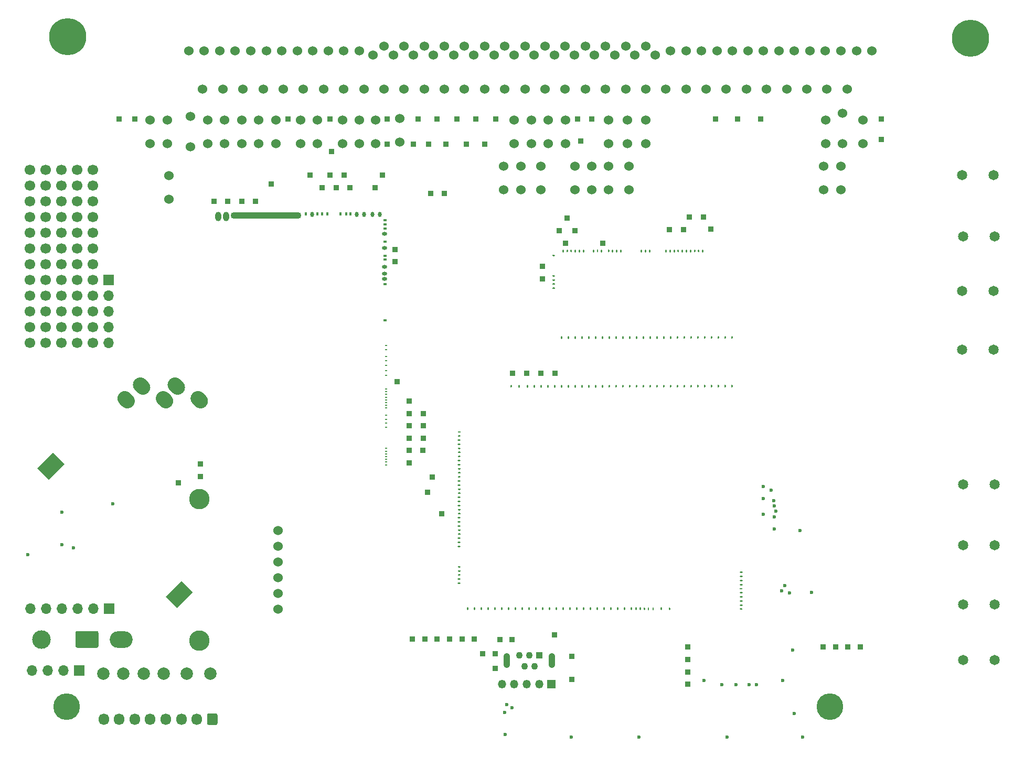
<source format=gbs>
G04 #@! TF.GenerationSoftware,KiCad,Pcbnew,(5.99.0-12439-g94954386e6)*
G04 #@! TF.CreationDate,2021-10-05T21:05:25+03:00*
G04 #@! TF.ProjectId,hellen88bmw,68656c6c-656e-4383-9862-6d772e6b6963,A*
G04 #@! TF.SameCoordinates,PX3d1b110PY9269338*
G04 #@! TF.FileFunction,Soldermask,Bot*
G04 #@! TF.FilePolarity,Negative*
%FSLAX46Y46*%
G04 Gerber Fmt 4.6, Leading zero omitted, Abs format (unit mm)*
G04 Created by KiCad (PCBNEW (5.99.0-12439-g94954386e6)) date 2021-10-05 21:05:25*
%MOMM*%
%LPD*%
G01*
G04 APERTURE LIST*
%ADD10C,6.000000*%
%ADD11C,1.524000*%
%ADD12R,1.700000X1.700000*%
%ADD13O,1.700000X1.700000*%
%ADD14C,4.300000*%
%ADD15C,1.650000*%
%ADD16R,0.850000X0.850000*%
%ADD17R,1.350000X1.350000*%
%ADD18O,1.350000X1.350000*%
%ADD19C,1.700000*%
%ADD20C,2.000000*%
%ADD21C,0.599999*%
%ADD22C,3.000000*%
%ADD23O,3.700000X2.700000*%
%ADD24O,1.700000X1.850000*%
%ADD25R,1.100000X1.100000*%
%ADD26C,1.100000*%
%ADD27O,1.100000X2.400000*%
%ADD28C,3.302000*%
%ADD29O,1.000001X1.500000*%
%ADD30O,11.400000X1.100000*%
%ADD31O,0.399999X0.599999*%
%ADD32O,0.599999X0.800001*%
%ADD33O,0.599999X0.399999*%
%ADD34O,0.800001X0.599999*%
%ADD35O,0.399999X0.200000*%
G04 APERTURE END LIST*
D10*
G04 #@! TO.C,PP1*
X7632400Y113856400D03*
X153342400Y113606400D03*
D11*
X27142400Y111606400D03*
X32142400Y111606400D03*
X37142400Y111606400D03*
X42142400Y111606400D03*
X47142400Y111606400D03*
X52142400Y111606400D03*
X56892400Y110856400D03*
X60142400Y110856400D03*
X63392400Y110856400D03*
X66642400Y110856400D03*
X69892400Y110856400D03*
X73142400Y110856400D03*
X76392400Y110856400D03*
X79642400Y110856400D03*
X82892400Y110856400D03*
X86142400Y110856400D03*
X89392400Y110856400D03*
X92642400Y110856400D03*
X95892400Y110856400D03*
X99142400Y110856400D03*
X102392400Y110856400D03*
X107392400Y111606400D03*
X112392400Y111606400D03*
X117392400Y111606400D03*
X122392400Y111606400D03*
X127392400Y111606400D03*
X132392400Y111606400D03*
X137392400Y111606400D03*
X29642400Y111606400D03*
X34642400Y111606400D03*
X39642400Y111606400D03*
X44642400Y111606400D03*
X49642400Y111606400D03*
X54642400Y111606400D03*
X58642400Y112356400D03*
X61892400Y112356400D03*
X65142400Y112356400D03*
X68392400Y112356400D03*
X71642400Y112356400D03*
X74892400Y112356400D03*
X78142400Y112356400D03*
X81392400Y112356400D03*
X84642400Y112356400D03*
X87892400Y112356400D03*
X91142400Y112356400D03*
X94392400Y112356400D03*
X97642400Y112356400D03*
X100892400Y112356400D03*
X104892400Y111606400D03*
X109892400Y111606400D03*
X114892400Y111606400D03*
X119892400Y111606400D03*
X124892400Y111606400D03*
X129892400Y111606400D03*
X134892400Y111606400D03*
X29392400Y105356400D03*
X32642400Y105356400D03*
X35892400Y105356400D03*
X39142400Y105356400D03*
X42392400Y105356400D03*
X45642400Y105356400D03*
X48892400Y105356400D03*
X52142400Y105356400D03*
X55392400Y105356400D03*
X58642400Y105356400D03*
X61892400Y105356400D03*
X65142400Y105356400D03*
X68392400Y105356400D03*
X71642400Y105356400D03*
X74892400Y105356400D03*
X78142400Y105356400D03*
X81392400Y105356400D03*
X84642400Y105356400D03*
X87892400Y105356400D03*
X91142400Y105356400D03*
X94392400Y105356400D03*
X97642400Y105356400D03*
X100892400Y105356400D03*
X104142400Y105356400D03*
X107392400Y105356400D03*
X110642400Y105356400D03*
X113892400Y105356400D03*
X117142400Y105356400D03*
X120392400Y105356400D03*
X123642400Y105356400D03*
X126892400Y105356400D03*
X130142400Y105356400D03*
X133392400Y105356400D03*
G04 #@! TD*
G04 #@! TO.C,JP1*
X20926000Y100428000D03*
X20926000Y96618000D03*
G04 #@! TD*
G04 #@! TO.C,JP3*
X30176000Y100428000D03*
X30176000Y96618000D03*
G04 #@! TD*
G04 #@! TO.C,JP4*
X35676000Y100428000D03*
X35676000Y96618000D03*
G04 #@! TD*
G04 #@! TO.C,JP5*
X45176000Y100428000D03*
X45176000Y96618000D03*
G04 #@! TD*
G04 #@! TO.C,JP7*
X51926000Y100428000D03*
X51926000Y96618000D03*
G04 #@! TD*
G04 #@! TO.C,JP16*
X85176000Y100428000D03*
X85176000Y96618000D03*
G04 #@! TD*
G04 #@! TO.C,JP17*
X87926000Y100428000D03*
X87926000Y96618000D03*
G04 #@! TD*
G04 #@! TO.C,JP20*
X94926000Y92928000D03*
X94926000Y89118000D03*
G04 #@! TD*
G04 #@! TO.C,JP21*
X98176000Y92928000D03*
X98176000Y89118000D03*
G04 #@! TD*
G04 #@! TO.C,JP26*
X129926000Y100428000D03*
X129926000Y96618000D03*
G04 #@! TD*
G04 #@! TO.C,JP27*
X135926000Y100428000D03*
X135926000Y96618000D03*
G04 #@! TD*
G04 #@! TO.C,JP29*
X23676000Y100428000D03*
X23676000Y96618000D03*
G04 #@! TD*
G04 #@! TO.C,JP31*
X32926000Y100428000D03*
X32926000Y96618000D03*
G04 #@! TD*
G04 #@! TO.C,JP32*
X41176000Y100428000D03*
X41176000Y96618000D03*
G04 #@! TD*
G04 #@! TO.C,JP33*
X47926000Y100428000D03*
X47926000Y96618000D03*
G04 #@! TD*
G04 #@! TO.C,JP35*
X57326000Y100428000D03*
X57326000Y96618000D03*
G04 #@! TD*
G04 #@! TO.C,JP41*
X77926000Y92928000D03*
X77926000Y89118000D03*
G04 #@! TD*
G04 #@! TO.C,JP42*
X80726000Y92928000D03*
X80726000Y89118000D03*
G04 #@! TD*
G04 #@! TO.C,JP43*
X82426000Y100428000D03*
X82426000Y96618000D03*
G04 #@! TD*
G04 #@! TO.C,JP46*
X89426000Y92928000D03*
X89426000Y89118000D03*
G04 #@! TD*
G04 #@! TO.C,JP47*
X92176000Y92928000D03*
X92176000Y89118000D03*
G04 #@! TD*
G04 #@! TO.C,JP54*
X132676000Y101523000D03*
X132676000Y96623000D03*
G04 #@! TD*
G04 #@! TO.C,JP56*
X27426000Y100973000D03*
X27426000Y96073000D03*
G04 #@! TD*
G04 #@! TO.C,JP73*
X83926000Y92928000D03*
X83926000Y89118000D03*
G04 #@! TD*
G04 #@! TO.C,JP77*
X94926000Y100428000D03*
X94926000Y96618000D03*
G04 #@! TD*
G04 #@! TO.C,JP78*
X100926000Y100428000D03*
X100926000Y96618000D03*
G04 #@! TD*
G04 #@! TO.C,JP85*
X132376000Y92928000D03*
X132376000Y89118000D03*
G04 #@! TD*
G04 #@! TO.C,JP86*
X129626000Y92928000D03*
X129626000Y89118000D03*
G04 #@! TD*
G04 #@! TO.C,JP59*
X38426000Y100428000D03*
X38426000Y96618000D03*
G04 #@! TD*
D12*
G04 #@! TO.C,J4*
X14158000Y74529000D03*
D13*
X14158000Y71989000D03*
X14158000Y69449000D03*
X14158000Y66909000D03*
X14158000Y64369000D03*
G04 #@! TD*
D14*
G04 #@! TO.C,H1*
X130622000Y5663000D03*
G04 #@! TD*
G04 #@! TO.C,H2*
X7432000Y5663000D03*
G04 #@! TD*
D15*
G04 #@! TO.C,F3*
X157066000Y72823000D03*
X151986000Y72823000D03*
G04 #@! TD*
D16*
G04 #@! TO.C,VIN16*
X84176000Y76773000D03*
G04 #@! TD*
D17*
G04 #@! TO.C,J2*
X85676000Y9273000D03*
D18*
X83676000Y9273000D03*
X81676000Y9273000D03*
X79676000Y9273000D03*
X77676000Y9273000D03*
G04 #@! TD*
D16*
G04 #@! TO.C,VOUT1*
X46676000Y91523000D03*
G04 #@! TD*
G04 #@! TO.C,VIN5*
X93926000Y80523000D03*
G04 #@! TD*
G04 #@! TO.C,VOUT27*
X28976000Y44823000D03*
G04 #@! TD*
G04 #@! TO.C,MMCU14*
X67926000Y36773000D03*
G04 #@! TD*
G04 #@! TO.C,MMCU4*
X131526001Y15323000D03*
G04 #@! TD*
G04 #@! TO.C,MMCU31*
X63226000Y16573000D03*
G04 #@! TD*
G04 #@! TO.C,cr8*
X15926000Y100523000D03*
G04 #@! TD*
G04 #@! TO.C,VOUT24*
X60776000Y58123000D03*
G04 #@! TD*
G04 #@! TO.C,MMCU28*
X71226000Y16573000D03*
G04 #@! TD*
G04 #@! TO.C,VOUT10*
X49926000Y91474215D03*
G04 #@! TD*
D19*
G04 #@! TO.C,G6*
X1458000Y77069000D03*
X3998000Y77069000D03*
X6538000Y77069000D03*
X9078000Y77069000D03*
X11618000Y77069000D03*
X1458000Y74529000D03*
X3998000Y74529000D03*
X6538000Y74529000D03*
X9078000Y74529000D03*
X11618000Y74529000D03*
X1458000Y71989000D03*
X3998000Y71989000D03*
X6538000Y71989000D03*
X9078000Y71989000D03*
X11618000Y71989000D03*
G04 #@! TD*
D16*
G04 #@! TO.C,cr1*
X70426000Y100523000D03*
G04 #@! TD*
G04 #@! TO.C,MMCU30*
X67226000Y16573000D03*
G04 #@! TD*
G04 #@! TO.C,MMCU18*
X69226000Y16573000D03*
G04 #@! TD*
G04 #@! TO.C,cr11*
X67176000Y100523000D03*
G04 #@! TD*
D20*
G04 #@! TO.C,P3*
X23090213Y11023000D03*
G04 #@! TD*
D16*
G04 #@! TO.C,MMCU9*
X77326000Y16473000D03*
G04 #@! TD*
G04 #@! TO.C,VOUT5*
X48676000Y89474215D03*
G04 #@! TD*
G04 #@! TO.C,VOUT13*
X62676000Y53023000D03*
G04 #@! TD*
G04 #@! TO.C,KNOCK_RAW2*
X74926000Y96523000D03*
G04 #@! TD*
G04 #@! TO.C,MMCU2*
X135526000Y15323000D03*
G04 #@! TD*
G04 #@! TO.C,MMCU7*
X88926000Y10023000D03*
G04 #@! TD*
D11*
G04 #@! TO.C,JP14*
X79676000Y100428000D03*
X79676000Y96618000D03*
G04 #@! TD*
G04 #@! TO.C,JP36*
X61176000Y100630500D03*
X61176000Y96820500D03*
G04 #@! TD*
G04 #@! TO.C,M7*
G36*
G01*
X85900998Y73366793D02*
X86150998Y73366793D01*
G75*
G02*
X86275998Y73241793I0J-125000D01*
G01*
X86275998Y73241793D01*
G75*
G02*
X86150998Y73116793I-125000J0D01*
G01*
X85900998Y73116793D01*
G75*
G02*
X85775998Y73241793I0J125000D01*
G01*
X85775998Y73241793D01*
G75*
G02*
X85900998Y73366793I125000J0D01*
G01*
G37*
G36*
G01*
X85900998Y74026794D02*
X86150998Y74026794D01*
G75*
G02*
X86275998Y73901794I0J-125000D01*
G01*
X86275998Y73901794D01*
G75*
G02*
X86150998Y73776794I-125000J0D01*
G01*
X85900998Y73776794D01*
G75*
G02*
X85775998Y73901794I0J125000D01*
G01*
X85775998Y73901794D01*
G75*
G02*
X85900998Y74026794I125000J0D01*
G01*
G37*
G36*
G01*
X85900998Y74686795D02*
X86150998Y74686795D01*
G75*
G02*
X86275998Y74561795I0J-125000D01*
G01*
X86275998Y74561795D01*
G75*
G02*
X86150998Y74436795I-125000J0D01*
G01*
X85900998Y74436795D01*
G75*
G02*
X85775998Y74561795I0J125000D01*
G01*
X85775998Y74561795D01*
G75*
G02*
X85900998Y74686795I125000J0D01*
G01*
G37*
G36*
G01*
X85900998Y75346796D02*
X86150998Y75346796D01*
G75*
G02*
X86275998Y75221796I0J-125000D01*
G01*
X86275998Y75221796D01*
G75*
G02*
X86150998Y75096796I-125000J0D01*
G01*
X85900998Y75096796D01*
G75*
G02*
X85775998Y75221796I0J125000D01*
G01*
X85775998Y75221796D01*
G75*
G02*
X85900998Y75346796I125000J0D01*
G01*
G37*
G36*
G01*
X85900998Y78646803D02*
X86150998Y78646803D01*
G75*
G02*
X86275998Y78521803I0J-125000D01*
G01*
X86275998Y78521803D01*
G75*
G02*
X86150998Y78396803I-125000J0D01*
G01*
X85900998Y78396803D01*
G75*
G02*
X85775998Y78521803I0J125000D01*
G01*
X85775998Y78521803D01*
G75*
G02*
X85900998Y78646803I125000J0D01*
G01*
G37*
G36*
G01*
X114671000Y65148000D02*
X114671000Y65398000D01*
G75*
G02*
X114796000Y65523000I125000J0D01*
G01*
X114796000Y65523000D01*
G75*
G02*
X114921000Y65398000I0J-125000D01*
G01*
X114921000Y65148000D01*
G75*
G02*
X114796000Y65023000I-125000J0D01*
G01*
X114796000Y65023000D01*
G75*
G02*
X114671000Y65148000I0J125000D01*
G01*
G37*
G36*
G01*
X113820996Y65398000D02*
X113820996Y65148000D01*
G75*
G02*
X113695996Y65023000I-125000J0D01*
G01*
X113695996Y65023000D01*
G75*
G02*
X113570996Y65148000I0J125000D01*
G01*
X113570996Y65398000D01*
G75*
G02*
X113695996Y65523000I125000J0D01*
G01*
X113695996Y65523000D01*
G75*
G02*
X113820996Y65398000I0J-125000D01*
G01*
G37*
G36*
G01*
X112720995Y65398000D02*
X112720995Y65148000D01*
G75*
G02*
X112595995Y65023000I-125000J0D01*
G01*
X112595995Y65023000D01*
G75*
G02*
X112470995Y65148000I0J125000D01*
G01*
X112470995Y65398000D01*
G75*
G02*
X112595995Y65523000I125000J0D01*
G01*
X112595995Y65523000D01*
G75*
G02*
X112720995Y65398000I0J-125000D01*
G01*
G37*
G36*
G01*
X111620998Y65398000D02*
X111620998Y65148000D01*
G75*
G02*
X111495998Y65023000I-125000J0D01*
G01*
X111495998Y65023000D01*
G75*
G02*
X111370998Y65148000I0J125000D01*
G01*
X111370998Y65398000D01*
G75*
G02*
X111495998Y65523000I125000J0D01*
G01*
X111495998Y65523000D01*
G75*
G02*
X111620998Y65398000I0J-125000D01*
G01*
G37*
G36*
G01*
X110521000Y65398000D02*
X110521000Y65148000D01*
G75*
G02*
X110396000Y65023000I-125000J0D01*
G01*
X110396000Y65023000D01*
G75*
G02*
X110271000Y65148000I0J125000D01*
G01*
X110271000Y65398000D01*
G75*
G02*
X110396000Y65523000I125000J0D01*
G01*
X110396000Y65523000D01*
G75*
G02*
X110521000Y65398000I0J-125000D01*
G01*
G37*
G36*
G01*
X109421002Y65398000D02*
X109421002Y65148000D01*
G75*
G02*
X109296002Y65023000I-125000J0D01*
G01*
X109296002Y65023000D01*
G75*
G02*
X109171002Y65148000I0J125000D01*
G01*
X109171002Y65398000D01*
G75*
G02*
X109296002Y65523000I125000J0D01*
G01*
X109296002Y65523000D01*
G75*
G02*
X109421002Y65398000I0J-125000D01*
G01*
G37*
G36*
G01*
X108321004Y65398000D02*
X108321004Y65148000D01*
G75*
G02*
X108196004Y65023000I-125000J0D01*
G01*
X108196004Y65023000D01*
G75*
G02*
X108071004Y65148000I0J125000D01*
G01*
X108071004Y65398000D01*
G75*
G02*
X108196004Y65523000I125000J0D01*
G01*
X108196004Y65523000D01*
G75*
G02*
X108321004Y65398000I0J-125000D01*
G01*
G37*
G36*
G01*
X107221006Y65398000D02*
X107221006Y65148000D01*
G75*
G02*
X107096006Y65023000I-125000J0D01*
G01*
X107096006Y65023000D01*
G75*
G02*
X106971006Y65148000I0J125000D01*
G01*
X106971006Y65398000D01*
G75*
G02*
X107096006Y65523000I125000J0D01*
G01*
X107096006Y65523000D01*
G75*
G02*
X107221006Y65398000I0J-125000D01*
G01*
G37*
G36*
G01*
X106121009Y65398000D02*
X106121009Y65148000D01*
G75*
G02*
X105996009Y65023000I-125000J0D01*
G01*
X105996009Y65023000D01*
G75*
G02*
X105871009Y65148000I0J125000D01*
G01*
X105871009Y65398000D01*
G75*
G02*
X105996009Y65523000I125000J0D01*
G01*
X105996009Y65523000D01*
G75*
G02*
X106121009Y65398000I0J-125000D01*
G01*
G37*
G36*
G01*
X105021011Y65398000D02*
X105021011Y65148000D01*
G75*
G02*
X104896011Y65023000I-125000J0D01*
G01*
X104896011Y65023000D01*
G75*
G02*
X104771011Y65148000I0J125000D01*
G01*
X104771011Y65398000D01*
G75*
G02*
X104896011Y65523000I125000J0D01*
G01*
X104896011Y65523000D01*
G75*
G02*
X105021011Y65398000I0J-125000D01*
G01*
G37*
G36*
G01*
X103921013Y65398000D02*
X103921013Y65148000D01*
G75*
G02*
X103796013Y65023000I-125000J0D01*
G01*
X103796013Y65023000D01*
G75*
G02*
X103671013Y65148000I0J125000D01*
G01*
X103671013Y65398000D01*
G75*
G02*
X103796013Y65523000I125000J0D01*
G01*
X103796013Y65523000D01*
G75*
G02*
X103921013Y65398000I0J-125000D01*
G01*
G37*
G36*
G01*
X102821015Y65398000D02*
X102821015Y65148000D01*
G75*
G02*
X102696015Y65023000I-125000J0D01*
G01*
X102696015Y65023000D01*
G75*
G02*
X102571015Y65148000I0J125000D01*
G01*
X102571015Y65398000D01*
G75*
G02*
X102696015Y65523000I125000J0D01*
G01*
X102696015Y65523000D01*
G75*
G02*
X102821015Y65398000I0J-125000D01*
G01*
G37*
G36*
G01*
X101721017Y65398000D02*
X101721017Y65148000D01*
G75*
G02*
X101596017Y65023000I-125000J0D01*
G01*
X101596017Y65023000D01*
G75*
G02*
X101471017Y65148000I0J125000D01*
G01*
X101471017Y65398000D01*
G75*
G02*
X101596017Y65523000I125000J0D01*
G01*
X101596017Y65523000D01*
G75*
G02*
X101721017Y65398000I0J-125000D01*
G01*
G37*
G36*
G01*
X100621020Y65398000D02*
X100621020Y65148000D01*
G75*
G02*
X100496020Y65023000I-125000J0D01*
G01*
X100496020Y65023000D01*
G75*
G02*
X100371020Y65148000I0J125000D01*
G01*
X100371020Y65398000D01*
G75*
G02*
X100496020Y65523000I125000J0D01*
G01*
X100496020Y65523000D01*
G75*
G02*
X100621020Y65398000I0J-125000D01*
G01*
G37*
G36*
G01*
X99521022Y65398000D02*
X99521022Y65148000D01*
G75*
G02*
X99396022Y65023000I-125000J0D01*
G01*
X99396022Y65023000D01*
G75*
G02*
X99271022Y65148000I0J125000D01*
G01*
X99271022Y65398000D01*
G75*
G02*
X99396022Y65523000I125000J0D01*
G01*
X99396022Y65523000D01*
G75*
G02*
X99521022Y65398000I0J-125000D01*
G01*
G37*
G36*
G01*
X98421024Y65398000D02*
X98421024Y65148000D01*
G75*
G02*
X98296024Y65023000I-125000J0D01*
G01*
X98296024Y65023000D01*
G75*
G02*
X98171024Y65148000I0J125000D01*
G01*
X98171024Y65398000D01*
G75*
G02*
X98296024Y65523000I125000J0D01*
G01*
X98296024Y65523000D01*
G75*
G02*
X98421024Y65398000I0J-125000D01*
G01*
G37*
G36*
G01*
X97321026Y65398000D02*
X97321026Y65148000D01*
G75*
G02*
X97196026Y65023000I-125000J0D01*
G01*
X97196026Y65023000D01*
G75*
G02*
X97071026Y65148000I0J125000D01*
G01*
X97071026Y65398000D01*
G75*
G02*
X97196026Y65523000I125000J0D01*
G01*
X97196026Y65523000D01*
G75*
G02*
X97321026Y65398000I0J-125000D01*
G01*
G37*
G36*
G01*
X96221028Y65398000D02*
X96221028Y65148000D01*
G75*
G02*
X96096028Y65023000I-125000J0D01*
G01*
X96096028Y65023000D01*
G75*
G02*
X95971028Y65148000I0J125000D01*
G01*
X95971028Y65398000D01*
G75*
G02*
X96096028Y65523000I125000J0D01*
G01*
X96096028Y65523000D01*
G75*
G02*
X96221028Y65398000I0J-125000D01*
G01*
G37*
G36*
G01*
X95121031Y65398000D02*
X95121031Y65148000D01*
G75*
G02*
X94996031Y65023000I-125000J0D01*
G01*
X94996031Y65023000D01*
G75*
G02*
X94871031Y65148000I0J125000D01*
G01*
X94871031Y65398000D01*
G75*
G02*
X94996031Y65523000I125000J0D01*
G01*
X94996031Y65523000D01*
G75*
G02*
X95121031Y65398000I0J-125000D01*
G01*
G37*
G36*
G01*
X94021033Y65398000D02*
X94021033Y65148000D01*
G75*
G02*
X93896033Y65023000I-125000J0D01*
G01*
X93896033Y65023000D01*
G75*
G02*
X93771033Y65148000I0J125000D01*
G01*
X93771033Y65398000D01*
G75*
G02*
X93896033Y65523000I125000J0D01*
G01*
X93896033Y65523000D01*
G75*
G02*
X94021033Y65398000I0J-125000D01*
G01*
G37*
G36*
G01*
X92921035Y65398000D02*
X92921035Y65148000D01*
G75*
G02*
X92796035Y65023000I-125000J0D01*
G01*
X92796035Y65023000D01*
G75*
G02*
X92671035Y65148000I0J125000D01*
G01*
X92671035Y65398000D01*
G75*
G02*
X92796035Y65523000I125000J0D01*
G01*
X92796035Y65523000D01*
G75*
G02*
X92921035Y65398000I0J-125000D01*
G01*
G37*
G36*
G01*
X91821037Y65398000D02*
X91821037Y65148000D01*
G75*
G02*
X91696037Y65023000I-125000J0D01*
G01*
X91696037Y65023000D01*
G75*
G02*
X91571037Y65148000I0J125000D01*
G01*
X91571037Y65398000D01*
G75*
G02*
X91696037Y65523000I125000J0D01*
G01*
X91696037Y65523000D01*
G75*
G02*
X91821037Y65398000I0J-125000D01*
G01*
G37*
G36*
G01*
X90721039Y65398000D02*
X90721039Y65148000D01*
G75*
G02*
X90596039Y65023000I-125000J0D01*
G01*
X90596039Y65023000D01*
G75*
G02*
X90471039Y65148000I0J125000D01*
G01*
X90471039Y65398000D01*
G75*
G02*
X90596039Y65523000I125000J0D01*
G01*
X90596039Y65523000D01*
G75*
G02*
X90721039Y65398000I0J-125000D01*
G01*
G37*
G36*
G01*
X89621042Y65398000D02*
X89621042Y65148000D01*
G75*
G02*
X89496042Y65023000I-125000J0D01*
G01*
X89496042Y65023000D01*
G75*
G02*
X89371042Y65148000I0J125000D01*
G01*
X89371042Y65398000D01*
G75*
G02*
X89496042Y65523000I125000J0D01*
G01*
X89496042Y65523000D01*
G75*
G02*
X89621042Y65398000I0J-125000D01*
G01*
G37*
G36*
G01*
X88521044Y65398000D02*
X88521044Y65148000D01*
G75*
G02*
X88396044Y65023000I-125000J0D01*
G01*
X88396044Y65023000D01*
G75*
G02*
X88271044Y65148000I0J125000D01*
G01*
X88271044Y65398000D01*
G75*
G02*
X88396044Y65523000I125000J0D01*
G01*
X88396044Y65523000D01*
G75*
G02*
X88521044Y65398000I0J-125000D01*
G01*
G37*
G36*
G01*
X87421046Y65398000D02*
X87421046Y65148000D01*
G75*
G02*
X87296046Y65023000I-125000J0D01*
G01*
X87296046Y65023000D01*
G75*
G02*
X87171046Y65148000I0J125000D01*
G01*
X87171046Y65398000D01*
G75*
G02*
X87296046Y65523000I125000J0D01*
G01*
X87296046Y65523000D01*
G75*
G02*
X87421046Y65398000I0J-125000D01*
G01*
G37*
G36*
G01*
X87671990Y79359999D02*
X87671990Y79109999D01*
G75*
G02*
X87546990Y78984999I-125000J0D01*
G01*
X87546990Y78984999D01*
G75*
G02*
X87421990Y79109999I0J125000D01*
G01*
X87421990Y79359999D01*
G75*
G02*
X87546990Y79484999I125000J0D01*
G01*
X87546990Y79484999D01*
G75*
G02*
X87671990Y79359999I0J-125000D01*
G01*
G37*
G36*
G01*
X88331992Y79359999D02*
X88331992Y79109999D01*
G75*
G02*
X88206992Y78984999I-125000J0D01*
G01*
X88206992Y78984999D01*
G75*
G02*
X88081992Y79109999I0J125000D01*
G01*
X88081992Y79359999D01*
G75*
G02*
X88206992Y79484999I125000J0D01*
G01*
X88206992Y79484999D01*
G75*
G02*
X88331992Y79359999I0J-125000D01*
G01*
G37*
G36*
G01*
X88991993Y79359999D02*
X88991993Y79109999D01*
G75*
G02*
X88866993Y78984999I-125000J0D01*
G01*
X88866993Y78984999D01*
G75*
G02*
X88741993Y79109999I0J125000D01*
G01*
X88741993Y79359999D01*
G75*
G02*
X88866993Y79484999I125000J0D01*
G01*
X88866993Y79484999D01*
G75*
G02*
X88991993Y79359999I0J-125000D01*
G01*
G37*
G36*
G01*
X89651994Y79359999D02*
X89651994Y79109999D01*
G75*
G02*
X89526994Y78984999I-125000J0D01*
G01*
X89526994Y78984999D01*
G75*
G02*
X89401994Y79109999I0J125000D01*
G01*
X89401994Y79359999D01*
G75*
G02*
X89526994Y79484999I125000J0D01*
G01*
X89526994Y79484999D01*
G75*
G02*
X89651994Y79359999I0J-125000D01*
G01*
G37*
G36*
G01*
X90311995Y79359999D02*
X90311995Y79109999D01*
G75*
G02*
X90186995Y78984999I-125000J0D01*
G01*
X90186995Y78984999D01*
G75*
G02*
X90061995Y79109999I0J125000D01*
G01*
X90061995Y79359999D01*
G75*
G02*
X90186995Y79484999I125000J0D01*
G01*
X90186995Y79484999D01*
G75*
G02*
X90311995Y79359999I0J-125000D01*
G01*
G37*
G36*
G01*
X90971997Y79359999D02*
X90971997Y79109999D01*
G75*
G02*
X90846997Y78984999I-125000J0D01*
G01*
X90846997Y78984999D01*
G75*
G02*
X90721997Y79109999I0J125000D01*
G01*
X90721997Y79359999D01*
G75*
G02*
X90846997Y79484999I125000J0D01*
G01*
X90846997Y79484999D01*
G75*
G02*
X90971997Y79359999I0J-125000D01*
G01*
G37*
G36*
G01*
X92572994Y79359999D02*
X92572994Y79109999D01*
G75*
G02*
X92447994Y78984999I-125000J0D01*
G01*
X92447994Y78984999D01*
G75*
G02*
X92322994Y79109999I0J125000D01*
G01*
X92322994Y79359999D01*
G75*
G02*
X92447994Y79484999I125000J0D01*
G01*
X92447994Y79484999D01*
G75*
G02*
X92572994Y79359999I0J-125000D01*
G01*
G37*
G36*
G01*
X93232995Y79359999D02*
X93232995Y79109999D01*
G75*
G02*
X93107995Y78984999I-125000J0D01*
G01*
X93107995Y78984999D01*
G75*
G02*
X92982995Y79109999I0J125000D01*
G01*
X92982995Y79359999D01*
G75*
G02*
X93107995Y79484999I125000J0D01*
G01*
X93107995Y79484999D01*
G75*
G02*
X93232995Y79359999I0J-125000D01*
G01*
G37*
G36*
G01*
X93892997Y79359999D02*
X93892997Y79109999D01*
G75*
G02*
X93767997Y78984999I-125000J0D01*
G01*
X93767997Y78984999D01*
G75*
G02*
X93642997Y79109999I0J125000D01*
G01*
X93642997Y79359999D01*
G75*
G02*
X93767997Y79484999I125000J0D01*
G01*
X93767997Y79484999D01*
G75*
G02*
X93892997Y79359999I0J-125000D01*
G01*
G37*
G36*
G01*
X95013896Y79359999D02*
X95013896Y79109999D01*
G75*
G02*
X94888896Y78984999I-125000J0D01*
G01*
X94888896Y78984999D01*
G75*
G02*
X94763896Y79109999I0J125000D01*
G01*
X94763896Y79359999D01*
G75*
G02*
X94888896Y79484999I125000J0D01*
G01*
X94888896Y79484999D01*
G75*
G02*
X95013896Y79359999I0J-125000D01*
G01*
G37*
G36*
G01*
X95673897Y79359999D02*
X95673897Y79109999D01*
G75*
G02*
X95548897Y78984999I-125000J0D01*
G01*
X95548897Y78984999D01*
G75*
G02*
X95423897Y79109999I0J125000D01*
G01*
X95423897Y79359999D01*
G75*
G02*
X95548897Y79484999I125000J0D01*
G01*
X95548897Y79484999D01*
G75*
G02*
X95673897Y79359999I0J-125000D01*
G01*
G37*
G36*
G01*
X96333898Y79359999D02*
X96333898Y79109999D01*
G75*
G02*
X96208898Y78984999I-125000J0D01*
G01*
X96208898Y78984999D01*
G75*
G02*
X96083898Y79109999I0J125000D01*
G01*
X96083898Y79359999D01*
G75*
G02*
X96208898Y79484999I125000J0D01*
G01*
X96208898Y79484999D01*
G75*
G02*
X96333898Y79359999I0J-125000D01*
G01*
G37*
G36*
G01*
X96993900Y79359999D02*
X96993900Y79109999D01*
G75*
G02*
X96868900Y78984999I-125000J0D01*
G01*
X96868900Y78984999D01*
G75*
G02*
X96743900Y79109999I0J125000D01*
G01*
X96743900Y79359999D01*
G75*
G02*
X96868900Y79484999I125000J0D01*
G01*
X96868900Y79484999D01*
G75*
G02*
X96993900Y79359999I0J-125000D01*
G01*
G37*
G36*
G01*
X100319994Y79359999D02*
X100319994Y79109999D01*
G75*
G02*
X100194994Y78984999I-125000J0D01*
G01*
X100194994Y78984999D01*
G75*
G02*
X100069994Y79109999I0J125000D01*
G01*
X100069994Y79359999D01*
G75*
G02*
X100194994Y79484999I125000J0D01*
G01*
X100194994Y79484999D01*
G75*
G02*
X100319994Y79359999I0J-125000D01*
G01*
G37*
G36*
G01*
X100979995Y79359999D02*
X100979995Y79109999D01*
G75*
G02*
X100854995Y78984999I-125000J0D01*
G01*
X100854995Y78984999D01*
G75*
G02*
X100729995Y79109999I0J125000D01*
G01*
X100729995Y79359999D01*
G75*
G02*
X100854995Y79484999I125000J0D01*
G01*
X100854995Y79484999D01*
G75*
G02*
X100979995Y79359999I0J-125000D01*
G01*
G37*
G36*
G01*
X101639997Y79359999D02*
X101639997Y79109999D01*
G75*
G02*
X101514997Y78984999I-125000J0D01*
G01*
X101514997Y78984999D01*
G75*
G02*
X101389997Y79109999I0J125000D01*
G01*
X101389997Y79359999D01*
G75*
G02*
X101514997Y79484999I125000J0D01*
G01*
X101514997Y79484999D01*
G75*
G02*
X101639997Y79359999I0J-125000D01*
G01*
G37*
G36*
G01*
X104285988Y79359999D02*
X104285988Y79109999D01*
G75*
G02*
X104160988Y78984999I-125000J0D01*
G01*
X104160988Y78984999D01*
G75*
G02*
X104035988Y79109999I0J125000D01*
G01*
X104035988Y79359999D01*
G75*
G02*
X104160988Y79484999I125000J0D01*
G01*
X104160988Y79484999D01*
G75*
G02*
X104285988Y79359999I0J-125000D01*
G01*
G37*
G36*
G01*
X104945989Y79359999D02*
X104945989Y79109999D01*
G75*
G02*
X104820989Y78984999I-125000J0D01*
G01*
X104820989Y78984999D01*
G75*
G02*
X104695989Y79109999I0J125000D01*
G01*
X104695989Y79359999D01*
G75*
G02*
X104820989Y79484999I125000J0D01*
G01*
X104820989Y79484999D01*
G75*
G02*
X104945989Y79359999I0J-125000D01*
G01*
G37*
G36*
G01*
X105605991Y79359999D02*
X105605991Y79109999D01*
G75*
G02*
X105480991Y78984999I-125000J0D01*
G01*
X105480991Y78984999D01*
G75*
G02*
X105355991Y79109999I0J125000D01*
G01*
X105355991Y79359999D01*
G75*
G02*
X105480991Y79484999I125000J0D01*
G01*
X105480991Y79484999D01*
G75*
G02*
X105605991Y79359999I0J-125000D01*
G01*
G37*
G36*
G01*
X106265992Y79359999D02*
X106265992Y79109999D01*
G75*
G02*
X106140992Y78984999I-125000J0D01*
G01*
X106140992Y78984999D01*
G75*
G02*
X106015992Y79109999I0J125000D01*
G01*
X106015992Y79359999D01*
G75*
G02*
X106140992Y79484999I125000J0D01*
G01*
X106140992Y79484999D01*
G75*
G02*
X106265992Y79359999I0J-125000D01*
G01*
G37*
G36*
G01*
X106925993Y79359999D02*
X106925993Y79109999D01*
G75*
G02*
X106800993Y78984999I-125000J0D01*
G01*
X106800993Y78984999D01*
G75*
G02*
X106675993Y79109999I0J125000D01*
G01*
X106675993Y79359999D01*
G75*
G02*
X106800993Y79484999I125000J0D01*
G01*
X106800993Y79484999D01*
G75*
G02*
X106925993Y79359999I0J-125000D01*
G01*
G37*
G36*
G01*
X107585994Y79359999D02*
X107585994Y79109999D01*
G75*
G02*
X107460994Y78984999I-125000J0D01*
G01*
X107460994Y78984999D01*
G75*
G02*
X107335994Y79109999I0J125000D01*
G01*
X107335994Y79359999D01*
G75*
G02*
X107460994Y79484999I125000J0D01*
G01*
X107460994Y79484999D01*
G75*
G02*
X107585994Y79359999I0J-125000D01*
G01*
G37*
G36*
G01*
X108245996Y79359999D02*
X108245996Y79109999D01*
G75*
G02*
X108120996Y78984999I-125000J0D01*
G01*
X108120996Y78984999D01*
G75*
G02*
X107995996Y79109999I0J125000D01*
G01*
X107995996Y79359999D01*
G75*
G02*
X108120996Y79484999I125000J0D01*
G01*
X108120996Y79484999D01*
G75*
G02*
X108245996Y79359999I0J-125000D01*
G01*
G37*
G36*
G01*
X108905997Y79359999D02*
X108905997Y79109999D01*
G75*
G02*
X108780997Y78984999I-125000J0D01*
G01*
X108780997Y78984999D01*
G75*
G02*
X108655997Y79109999I0J125000D01*
G01*
X108655997Y79359999D01*
G75*
G02*
X108780997Y79484999I125000J0D01*
G01*
X108780997Y79484999D01*
G75*
G02*
X108905997Y79359999I0J-125000D01*
G01*
G37*
G36*
G01*
X109565998Y79359999D02*
X109565998Y79109999D01*
G75*
G02*
X109440998Y78984999I-125000J0D01*
G01*
X109440998Y78984999D01*
G75*
G02*
X109315998Y79109999I0J125000D01*
G01*
X109315998Y79359999D01*
G75*
G02*
X109440998Y79484999I125000J0D01*
G01*
X109440998Y79484999D01*
G75*
G02*
X109565998Y79359999I0J-125000D01*
G01*
G37*
G36*
G01*
X110226000Y79359999D02*
X110226000Y79109999D01*
G75*
G02*
X110101000Y78984999I-125000J0D01*
G01*
X110101000Y78984999D01*
G75*
G02*
X109976000Y79109999I0J125000D01*
G01*
X109976000Y79359999D01*
G75*
G02*
X110101000Y79484999I125000J0D01*
G01*
X110101000Y79484999D01*
G75*
G02*
X110226000Y79359999I0J-125000D01*
G01*
G37*
G04 #@! TD*
D16*
G04 #@! TO.C,MMCU10*
X76576000Y14173000D03*
G04 #@! TD*
D15*
G04 #@! TO.C,F8*
X157166000Y81623000D03*
X152086000Y81623000D03*
G04 #@! TD*
D16*
G04 #@! TO.C,MMCU29*
X64976000Y49023000D03*
G04 #@! TD*
D15*
G04 #@! TO.C,F2*
X157166000Y41523000D03*
X152086000Y41523000D03*
G04 #@! TD*
D16*
G04 #@! TO.C,MMCU15*
X65226000Y16573000D03*
G04 #@! TD*
G04 #@! TO.C,cr15*
X59176000Y100523000D03*
G04 #@! TD*
G04 #@! TO.C,MMCU8*
X79326000Y16473000D03*
G04 #@! TD*
G04 #@! TO.C,cr20*
X115676000Y100523000D03*
G04 #@! TD*
G04 #@! TO.C,MMCU16*
X86226000Y59523000D03*
G04 #@! TD*
G04 #@! TO.C,VIN10*
X89426000Y82523000D03*
G04 #@! TD*
G04 #@! TO.C,MMCU5*
X86126000Y17273000D03*
G04 #@! TD*
G04 #@! TO.C,VIN17*
X84176000Y74773000D03*
G04 #@! TD*
G04 #@! TO.C,VOUT15*
X37926000Y87273000D03*
G04 #@! TD*
G04 #@! TO.C,VIN4*
X106976000Y82723000D03*
G04 #@! TD*
D11*
G04 #@! TO.C,JP6*
X54676000Y100428000D03*
X54676000Y96618000D03*
G04 #@! TD*
D16*
G04 #@! TO.C,cr13*
X49926000Y100523000D03*
G04 #@! TD*
G04 #@! TO.C,MMCU38*
X64976000Y51023000D03*
G04 #@! TD*
G04 #@! TO.C,cr2*
X73426000Y100523000D03*
G04 #@! TD*
G04 #@! TO.C,cr3*
X76676000Y100523000D03*
G04 #@! TD*
D21*
G04 #@! TO.C,M4*
X78438502Y6016338D03*
X79313504Y5491338D03*
X78138500Y4741340D03*
X78213503Y1191339D03*
G04 #@! TD*
D15*
G04 #@! TO.C,F7*
X157066000Y63323000D03*
X151986000Y63323000D03*
G04 #@! TD*
D11*
G04 #@! TO.C,JP48*
X97926000Y100428000D03*
X97926000Y96618000D03*
G04 #@! TD*
D20*
G04 #@! TO.C,P5*
X16590213Y11023000D03*
G04 #@! TD*
D16*
G04 #@! TO.C,VIN8*
X86926000Y82523000D03*
G04 #@! TD*
D15*
G04 #@! TO.C,F1*
X157166000Y22123000D03*
X152086000Y22123000D03*
G04 #@! TD*
G04 #@! TO.C,F6*
X157166000Y31723000D03*
X152086000Y31723000D03*
G04 #@! TD*
D19*
G04 #@! TO.C,G7*
X1458000Y84689000D03*
X3998000Y84689000D03*
X6538000Y84689000D03*
X9078000Y84689000D03*
X11618000Y84689000D03*
X1458000Y82149000D03*
X3998000Y82149000D03*
X6538000Y82149000D03*
X9078000Y82149000D03*
X11618000Y82149000D03*
X1458000Y79609000D03*
X3998000Y79609000D03*
X6538000Y79609000D03*
X9078000Y79609000D03*
X11618000Y79609000D03*
G04 #@! TD*
D20*
G04 #@! TO.C,P2*
X26840213Y11023000D03*
G04 #@! TD*
G04 #@! TO.C,M11*
G36*
G01*
X70649002Y25723002D02*
X70899002Y25723002D01*
G75*
G02*
X71024002Y25598002I0J-125000D01*
G01*
X71024002Y25598002D01*
G75*
G02*
X70899002Y25473002I-125000J0D01*
G01*
X70649002Y25473002D01*
G75*
G02*
X70524002Y25598002I0J125000D01*
G01*
X70524002Y25598002D01*
G75*
G02*
X70649002Y25723002I125000J0D01*
G01*
G37*
G36*
G01*
X70899002Y26133000D02*
X70649002Y26133000D01*
G75*
G02*
X70524002Y26258000I0J125000D01*
G01*
X70524002Y26258000D01*
G75*
G02*
X70649002Y26383000I125000J0D01*
G01*
X70899002Y26383000D01*
G75*
G02*
X71024002Y26258000I0J-125000D01*
G01*
X71024002Y26258000D01*
G75*
G02*
X70899002Y26133000I-125000J0D01*
G01*
G37*
G36*
G01*
X70899002Y26793005D02*
X70649002Y26793005D01*
G75*
G02*
X70524002Y26918005I0J125000D01*
G01*
X70524002Y26918005D01*
G75*
G02*
X70649002Y27043005I125000J0D01*
G01*
X70899002Y27043005D01*
G75*
G02*
X71024002Y26918005I0J-125000D01*
G01*
X71024002Y26918005D01*
G75*
G02*
X70899002Y26793005I-125000J0D01*
G01*
G37*
G36*
G01*
X70899002Y27453000D02*
X70649002Y27453000D01*
G75*
G02*
X70524002Y27578000I0J125000D01*
G01*
X70524002Y27578000D01*
G75*
G02*
X70649002Y27703000I125000J0D01*
G01*
X70899002Y27703000D01*
G75*
G02*
X71024002Y27578000I0J-125000D01*
G01*
X71024002Y27578000D01*
G75*
G02*
X70899002Y27453000I-125000J0D01*
G01*
G37*
G36*
G01*
X70899002Y28113002D02*
X70649002Y28113002D01*
G75*
G02*
X70524002Y28238002I0J125000D01*
G01*
X70524002Y28238002D01*
G75*
G02*
X70649002Y28363002I125000J0D01*
G01*
X70899002Y28363002D01*
G75*
G02*
X71024002Y28238002I0J-125000D01*
G01*
X71024002Y28238002D01*
G75*
G02*
X70899002Y28113002I-125000J0D01*
G01*
G37*
G36*
G01*
X70899002Y31413003D02*
X70649002Y31413003D01*
G75*
G02*
X70524002Y31538003I0J125000D01*
G01*
X70524002Y31538003D01*
G75*
G02*
X70649002Y31663003I125000J0D01*
G01*
X70899002Y31663003D01*
G75*
G02*
X71024002Y31538003I0J-125000D01*
G01*
X71024002Y31538003D01*
G75*
G02*
X70899002Y31413003I-125000J0D01*
G01*
G37*
G36*
G01*
X70899002Y32073004D02*
X70649002Y32073004D01*
G75*
G02*
X70524002Y32198004I0J125000D01*
G01*
X70524002Y32198004D01*
G75*
G02*
X70649002Y32323004I125000J0D01*
G01*
X70899002Y32323004D01*
G75*
G02*
X71024002Y32198004I0J-125000D01*
G01*
X71024002Y32198004D01*
G75*
G02*
X70899002Y32073004I-125000J0D01*
G01*
G37*
G36*
G01*
X70899002Y32733006D02*
X70649002Y32733006D01*
G75*
G02*
X70524002Y32858006I0J125000D01*
G01*
X70524002Y32858006D01*
G75*
G02*
X70649002Y32983006I125000J0D01*
G01*
X70899002Y32983006D01*
G75*
G02*
X71024002Y32858006I0J-125000D01*
G01*
X71024002Y32858006D01*
G75*
G02*
X70899002Y32733006I-125000J0D01*
G01*
G37*
G36*
G01*
X70899002Y33393004D02*
X70649002Y33393004D01*
G75*
G02*
X70524002Y33518004I0J125000D01*
G01*
X70524002Y33518004D01*
G75*
G02*
X70649002Y33643004I125000J0D01*
G01*
X70899002Y33643004D01*
G75*
G02*
X71024002Y33518004I0J-125000D01*
G01*
X71024002Y33518004D01*
G75*
G02*
X70899002Y33393004I-125000J0D01*
G01*
G37*
G36*
G01*
X70899002Y34053006D02*
X70649002Y34053006D01*
G75*
G02*
X70524002Y34178006I0J125000D01*
G01*
X70524002Y34178006D01*
G75*
G02*
X70649002Y34303006I125000J0D01*
G01*
X70899002Y34303006D01*
G75*
G02*
X71024002Y34178006I0J-125000D01*
G01*
X71024002Y34178006D01*
G75*
G02*
X70899002Y34053006I-125000J0D01*
G01*
G37*
G36*
G01*
X70899002Y34713004D02*
X70649002Y34713004D01*
G75*
G02*
X70524002Y34838004I0J125000D01*
G01*
X70524002Y34838004D01*
G75*
G02*
X70649002Y34963004I125000J0D01*
G01*
X70899002Y34963004D01*
G75*
G02*
X71024002Y34838004I0J-125000D01*
G01*
X71024002Y34838004D01*
G75*
G02*
X70899002Y34713004I-125000J0D01*
G01*
G37*
G36*
G01*
X70899002Y35373005D02*
X70649002Y35373005D01*
G75*
G02*
X70524002Y35498005I0J125000D01*
G01*
X70524002Y35498005D01*
G75*
G02*
X70649002Y35623005I125000J0D01*
G01*
X70899002Y35623005D01*
G75*
G02*
X71024002Y35498005I0J-125000D01*
G01*
X71024002Y35498005D01*
G75*
G02*
X70899002Y35373005I-125000J0D01*
G01*
G37*
G36*
G01*
X70899002Y36033004D02*
X70649002Y36033004D01*
G75*
G02*
X70524002Y36158004I0J125000D01*
G01*
X70524002Y36158004D01*
G75*
G02*
X70649002Y36283004I125000J0D01*
G01*
X70899002Y36283004D01*
G75*
G02*
X71024002Y36158004I0J-125000D01*
G01*
X71024002Y36158004D01*
G75*
G02*
X70899002Y36033004I-125000J0D01*
G01*
G37*
G36*
G01*
X70899002Y36693005D02*
X70649002Y36693005D01*
G75*
G02*
X70524002Y36818005I0J125000D01*
G01*
X70524002Y36818005D01*
G75*
G02*
X70649002Y36943005I125000J0D01*
G01*
X70899002Y36943005D01*
G75*
G02*
X71024002Y36818005I0J-125000D01*
G01*
X71024002Y36818005D01*
G75*
G02*
X70899002Y36693005I-125000J0D01*
G01*
G37*
G36*
G01*
X70899002Y37353004D02*
X70649002Y37353004D01*
G75*
G02*
X70524002Y37478004I0J125000D01*
G01*
X70524002Y37478004D01*
G75*
G02*
X70649002Y37603004I125000J0D01*
G01*
X70899002Y37603004D01*
G75*
G02*
X71024002Y37478004I0J-125000D01*
G01*
X71024002Y37478004D01*
G75*
G02*
X70899002Y37353004I-125000J0D01*
G01*
G37*
G36*
G01*
X70899002Y38013005D02*
X70649002Y38013005D01*
G75*
G02*
X70524002Y38138005I0J125000D01*
G01*
X70524002Y38138005D01*
G75*
G02*
X70649002Y38263005I125000J0D01*
G01*
X70899002Y38263005D01*
G75*
G02*
X71024002Y38138005I0J-125000D01*
G01*
X71024002Y38138005D01*
G75*
G02*
X70899002Y38013005I-125000J0D01*
G01*
G37*
G36*
G01*
X70899002Y38673004D02*
X70649002Y38673004D01*
G75*
G02*
X70524002Y38798004I0J125000D01*
G01*
X70524002Y38798004D01*
G75*
G02*
X70649002Y38923004I125000J0D01*
G01*
X70899002Y38923004D01*
G75*
G02*
X71024002Y38798004I0J-125000D01*
G01*
X71024002Y38798004D01*
G75*
G02*
X70899002Y38673004I-125000J0D01*
G01*
G37*
G36*
G01*
X70899002Y39333005D02*
X70649002Y39333005D01*
G75*
G02*
X70524002Y39458005I0J125000D01*
G01*
X70524002Y39458005D01*
G75*
G02*
X70649002Y39583005I125000J0D01*
G01*
X70899002Y39583005D01*
G75*
G02*
X71024002Y39458005I0J-125000D01*
G01*
X71024002Y39458005D01*
G75*
G02*
X70899002Y39333005I-125000J0D01*
G01*
G37*
G36*
G01*
X70899002Y39993004D02*
X70649002Y39993004D01*
G75*
G02*
X70524002Y40118004I0J125000D01*
G01*
X70524002Y40118004D01*
G75*
G02*
X70649002Y40243004I125000J0D01*
G01*
X70899002Y40243004D01*
G75*
G02*
X71024002Y40118004I0J-125000D01*
G01*
X71024002Y40118004D01*
G75*
G02*
X70899002Y39993004I-125000J0D01*
G01*
G37*
G36*
G01*
X70899002Y40653005D02*
X70649002Y40653005D01*
G75*
G02*
X70524002Y40778005I0J125000D01*
G01*
X70524002Y40778005D01*
G75*
G02*
X70649002Y40903005I125000J0D01*
G01*
X70899002Y40903005D01*
G75*
G02*
X71024002Y40778005I0J-125000D01*
G01*
X71024002Y40778005D01*
G75*
G02*
X70899002Y40653005I-125000J0D01*
G01*
G37*
G36*
G01*
X70899002Y41313004D02*
X70649002Y41313004D01*
G75*
G02*
X70524002Y41438004I0J125000D01*
G01*
X70524002Y41438004D01*
G75*
G02*
X70649002Y41563004I125000J0D01*
G01*
X70899002Y41563004D01*
G75*
G02*
X71024002Y41438004I0J-125000D01*
G01*
X71024002Y41438004D01*
G75*
G02*
X70899002Y41313004I-125000J0D01*
G01*
G37*
G36*
G01*
X70899002Y41973005D02*
X70649002Y41973005D01*
G75*
G02*
X70524002Y42098005I0J125000D01*
G01*
X70524002Y42098005D01*
G75*
G02*
X70649002Y42223005I125000J0D01*
G01*
X70899002Y42223005D01*
G75*
G02*
X71024002Y42098005I0J-125000D01*
G01*
X71024002Y42098005D01*
G75*
G02*
X70899002Y41973005I-125000J0D01*
G01*
G37*
G36*
G01*
X70899002Y42633004D02*
X70649002Y42633004D01*
G75*
G02*
X70524002Y42758004I0J125000D01*
G01*
X70524002Y42758004D01*
G75*
G02*
X70649002Y42883004I125000J0D01*
G01*
X70899002Y42883004D01*
G75*
G02*
X71024002Y42758004I0J-125000D01*
G01*
X71024002Y42758004D01*
G75*
G02*
X70899002Y42633004I-125000J0D01*
G01*
G37*
G36*
G01*
X70899002Y43293005D02*
X70649002Y43293005D01*
G75*
G02*
X70524002Y43418005I0J125000D01*
G01*
X70524002Y43418005D01*
G75*
G02*
X70649002Y43543005I125000J0D01*
G01*
X70899002Y43543005D01*
G75*
G02*
X71024002Y43418005I0J-125000D01*
G01*
X71024002Y43418005D01*
G75*
G02*
X70899002Y43293005I-125000J0D01*
G01*
G37*
G36*
G01*
X70899002Y43953004D02*
X70649002Y43953004D01*
G75*
G02*
X70524002Y44078004I0J125000D01*
G01*
X70524002Y44078004D01*
G75*
G02*
X70649002Y44203004I125000J0D01*
G01*
X70899002Y44203004D01*
G75*
G02*
X71024002Y44078004I0J-125000D01*
G01*
X71024002Y44078004D01*
G75*
G02*
X70899002Y43953004I-125000J0D01*
G01*
G37*
G36*
G01*
X70899002Y44613005D02*
X70649002Y44613005D01*
G75*
G02*
X70524002Y44738005I0J125000D01*
G01*
X70524002Y44738005D01*
G75*
G02*
X70649002Y44863005I125000J0D01*
G01*
X70899002Y44863005D01*
G75*
G02*
X71024002Y44738005I0J-125000D01*
G01*
X71024002Y44738005D01*
G75*
G02*
X70899002Y44613005I-125000J0D01*
G01*
G37*
G36*
G01*
X70899002Y45273003D02*
X70649002Y45273003D01*
G75*
G02*
X70524002Y45398003I0J125000D01*
G01*
X70524002Y45398003D01*
G75*
G02*
X70649002Y45523003I125000J0D01*
G01*
X70899002Y45523003D01*
G75*
G02*
X71024002Y45398003I0J-125000D01*
G01*
X71024002Y45398003D01*
G75*
G02*
X70899002Y45273003I-125000J0D01*
G01*
G37*
G36*
G01*
X70899002Y45933005D02*
X70649002Y45933005D01*
G75*
G02*
X70524002Y46058005I0J125000D01*
G01*
X70524002Y46058005D01*
G75*
G02*
X70649002Y46183005I125000J0D01*
G01*
X70899002Y46183005D01*
G75*
G02*
X71024002Y46058005I0J-125000D01*
G01*
X71024002Y46058005D01*
G75*
G02*
X70899002Y45933005I-125000J0D01*
G01*
G37*
G36*
G01*
X70899002Y46593003D02*
X70649002Y46593003D01*
G75*
G02*
X70524002Y46718003I0J125000D01*
G01*
X70524002Y46718003D01*
G75*
G02*
X70649002Y46843003I125000J0D01*
G01*
X70899002Y46843003D01*
G75*
G02*
X71024002Y46718003I0J-125000D01*
G01*
X71024002Y46718003D01*
G75*
G02*
X70899002Y46593003I-125000J0D01*
G01*
G37*
G36*
G01*
X70899002Y47253005D02*
X70649002Y47253005D01*
G75*
G02*
X70524002Y47378005I0J125000D01*
G01*
X70524002Y47378005D01*
G75*
G02*
X70649002Y47503005I125000J0D01*
G01*
X70899002Y47503005D01*
G75*
G02*
X71024002Y47378005I0J-125000D01*
G01*
X71024002Y47378005D01*
G75*
G02*
X70899002Y47253005I-125000J0D01*
G01*
G37*
G36*
G01*
X70899002Y47913003D02*
X70649002Y47913003D01*
G75*
G02*
X70524002Y48038003I0J125000D01*
G01*
X70524002Y48038003D01*
G75*
G02*
X70649002Y48163003I125000J0D01*
G01*
X70899002Y48163003D01*
G75*
G02*
X71024002Y48038003I0J-125000D01*
G01*
X71024002Y48038003D01*
G75*
G02*
X70899002Y47913003I-125000J0D01*
G01*
G37*
G36*
G01*
X70899002Y48573004D02*
X70649002Y48573004D01*
G75*
G02*
X70524002Y48698004I0J125000D01*
G01*
X70524002Y48698004D01*
G75*
G02*
X70649002Y48823004I125000J0D01*
G01*
X70899002Y48823004D01*
G75*
G02*
X71024002Y48698004I0J-125000D01*
G01*
X71024002Y48698004D01*
G75*
G02*
X70899002Y48573004I-125000J0D01*
G01*
G37*
G36*
G01*
X70899002Y49233003D02*
X70649002Y49233003D01*
G75*
G02*
X70524002Y49358003I0J125000D01*
G01*
X70524002Y49358003D01*
G75*
G02*
X70649002Y49483003I125000J0D01*
G01*
X70899002Y49483003D01*
G75*
G02*
X71024002Y49358003I0J-125000D01*
G01*
X71024002Y49358003D01*
G75*
G02*
X70899002Y49233003I-125000J0D01*
G01*
G37*
G36*
G01*
X70899002Y49893004D02*
X70649002Y49893004D01*
G75*
G02*
X70524002Y50018004I0J125000D01*
G01*
X70524002Y50018004D01*
G75*
G02*
X70649002Y50143004I125000J0D01*
G01*
X70899002Y50143004D01*
G75*
G02*
X71024002Y50018004I0J-125000D01*
G01*
X71024002Y50018004D01*
G75*
G02*
X70899002Y49893004I-125000J0D01*
G01*
G37*
G36*
G01*
X104596000Y21346000D02*
X104596000Y21596000D01*
G75*
G02*
X104721000Y21721000I125000J0D01*
G01*
X104721000Y21721000D01*
G75*
G02*
X104846000Y21596000I0J-125000D01*
G01*
X104846000Y21346000D01*
G75*
G02*
X104721000Y21221000I-125000J0D01*
G01*
X104721000Y21221000D01*
G75*
G02*
X104596000Y21346000I0J125000D01*
G01*
G37*
G36*
G01*
X103525998Y21596000D02*
X103525998Y21346000D01*
G75*
G02*
X103400998Y21221000I-125000J0D01*
G01*
X103400998Y21221000D01*
G75*
G02*
X103275998Y21346000I0J125000D01*
G01*
X103275998Y21596000D01*
G75*
G02*
X103400998Y21721000I125000J0D01*
G01*
X103400998Y21721000D01*
G75*
G02*
X103525998Y21596000I0J-125000D01*
G01*
G37*
G36*
G01*
X102205995Y21596000D02*
X102205995Y21346000D01*
G75*
G02*
X102080995Y21221000I-125000J0D01*
G01*
X102080995Y21221000D01*
G75*
G02*
X101955995Y21346000I0J125000D01*
G01*
X101955995Y21596000D01*
G75*
G02*
X102080995Y21721000I125000J0D01*
G01*
X102080995Y21721000D01*
G75*
G02*
X102205995Y21596000I0J-125000D01*
G01*
G37*
G36*
G01*
X101445997Y21596000D02*
X101445997Y21346000D01*
G75*
G02*
X101320997Y21221000I-125000J0D01*
G01*
X101320997Y21221000D01*
G75*
G02*
X101195997Y21346000I0J125000D01*
G01*
X101195997Y21596000D01*
G75*
G02*
X101320997Y21721000I125000J0D01*
G01*
X101320997Y21721000D01*
G75*
G02*
X101445997Y21596000I0J-125000D01*
G01*
G37*
G36*
G01*
X100780994Y21596000D02*
X100780994Y21346000D01*
G75*
G02*
X100655994Y21221000I-125000J0D01*
G01*
X100655994Y21221000D01*
G75*
G02*
X100530994Y21346000I0J125000D01*
G01*
X100530994Y21596000D01*
G75*
G02*
X100655994Y21721000I125000J0D01*
G01*
X100655994Y21721000D01*
G75*
G02*
X100780994Y21596000I0J-125000D01*
G01*
G37*
G36*
G01*
X100115992Y21596000D02*
X100115992Y21346000D01*
G75*
G02*
X99990992Y21221000I-125000J0D01*
G01*
X99990992Y21221000D01*
G75*
G02*
X99865992Y21346000I0J125000D01*
G01*
X99865992Y21596000D01*
G75*
G02*
X99990992Y21721000I125000J0D01*
G01*
X99990992Y21721000D01*
G75*
G02*
X100115992Y21596000I0J-125000D01*
G01*
G37*
G36*
G01*
X99451002Y21596000D02*
X99451002Y21346000D01*
G75*
G02*
X99326002Y21221000I-125000J0D01*
G01*
X99326002Y21221000D01*
G75*
G02*
X99201002Y21346000I0J125000D01*
G01*
X99201002Y21596000D01*
G75*
G02*
X99326002Y21721000I125000J0D01*
G01*
X99326002Y21721000D01*
G75*
G02*
X99451002Y21596000I0J-125000D01*
G01*
G37*
G36*
G01*
X98676002Y21596000D02*
X98676002Y21346000D01*
G75*
G02*
X98551002Y21221000I-125000J0D01*
G01*
X98551002Y21221000D01*
G75*
G02*
X98426002Y21346000I0J125000D01*
G01*
X98426002Y21596000D01*
G75*
G02*
X98551002Y21721000I125000J0D01*
G01*
X98551002Y21721000D01*
G75*
G02*
X98676002Y21596000I0J-125000D01*
G01*
G37*
G36*
G01*
X97576004Y21596000D02*
X97576004Y21346000D01*
G75*
G02*
X97451004Y21221000I-125000J0D01*
G01*
X97451004Y21221000D01*
G75*
G02*
X97326004Y21346000I0J125000D01*
G01*
X97326004Y21596000D01*
G75*
G02*
X97451004Y21721000I125000J0D01*
G01*
X97451004Y21721000D01*
G75*
G02*
X97576004Y21596000I0J-125000D01*
G01*
G37*
G36*
G01*
X96476007Y21596000D02*
X96476007Y21346000D01*
G75*
G02*
X96351007Y21221000I-125000J0D01*
G01*
X96351007Y21221000D01*
G75*
G02*
X96226007Y21346000I0J125000D01*
G01*
X96226007Y21596000D01*
G75*
G02*
X96351007Y21721000I125000J0D01*
G01*
X96351007Y21721000D01*
G75*
G02*
X96476007Y21596000I0J-125000D01*
G01*
G37*
G36*
G01*
X95376009Y21596000D02*
X95376009Y21346000D01*
G75*
G02*
X95251009Y21221000I-125000J0D01*
G01*
X95251009Y21221000D01*
G75*
G02*
X95126009Y21346000I0J125000D01*
G01*
X95126009Y21596000D01*
G75*
G02*
X95251009Y21721000I125000J0D01*
G01*
X95251009Y21721000D01*
G75*
G02*
X95376009Y21596000I0J-125000D01*
G01*
G37*
G36*
G01*
X94276011Y21596000D02*
X94276011Y21346000D01*
G75*
G02*
X94151011Y21221000I-125000J0D01*
G01*
X94151011Y21221000D01*
G75*
G02*
X94026011Y21346000I0J125000D01*
G01*
X94026011Y21596000D01*
G75*
G02*
X94151011Y21721000I125000J0D01*
G01*
X94151011Y21721000D01*
G75*
G02*
X94276011Y21596000I0J-125000D01*
G01*
G37*
G36*
G01*
X93176013Y21596000D02*
X93176013Y21346000D01*
G75*
G02*
X93051013Y21221000I-125000J0D01*
G01*
X93051013Y21221000D01*
G75*
G02*
X92926013Y21346000I0J125000D01*
G01*
X92926013Y21596000D01*
G75*
G02*
X93051013Y21721000I125000J0D01*
G01*
X93051013Y21721000D01*
G75*
G02*
X93176013Y21596000I0J-125000D01*
G01*
G37*
G36*
G01*
X92076015Y21596000D02*
X92076015Y21346000D01*
G75*
G02*
X91951015Y21221000I-125000J0D01*
G01*
X91951015Y21221000D01*
G75*
G02*
X91826015Y21346000I0J125000D01*
G01*
X91826015Y21596000D01*
G75*
G02*
X91951015Y21721000I125000J0D01*
G01*
X91951015Y21721000D01*
G75*
G02*
X92076015Y21596000I0J-125000D01*
G01*
G37*
G36*
G01*
X90976018Y21596000D02*
X90976018Y21346000D01*
G75*
G02*
X90851018Y21221000I-125000J0D01*
G01*
X90851018Y21221000D01*
G75*
G02*
X90726018Y21346000I0J125000D01*
G01*
X90726018Y21596000D01*
G75*
G02*
X90851018Y21721000I125000J0D01*
G01*
X90851018Y21721000D01*
G75*
G02*
X90976018Y21596000I0J-125000D01*
G01*
G37*
G36*
G01*
X89876020Y21596000D02*
X89876020Y21346000D01*
G75*
G02*
X89751020Y21221000I-125000J0D01*
G01*
X89751020Y21221000D01*
G75*
G02*
X89626020Y21346000I0J125000D01*
G01*
X89626020Y21596000D01*
G75*
G02*
X89751020Y21721000I125000J0D01*
G01*
X89751020Y21721000D01*
G75*
G02*
X89876020Y21596000I0J-125000D01*
G01*
G37*
G36*
G01*
X88776022Y21596000D02*
X88776022Y21346000D01*
G75*
G02*
X88651022Y21221000I-125000J0D01*
G01*
X88651022Y21221000D01*
G75*
G02*
X88526022Y21346000I0J125000D01*
G01*
X88526022Y21596000D01*
G75*
G02*
X88651022Y21721000I125000J0D01*
G01*
X88651022Y21721000D01*
G75*
G02*
X88776022Y21596000I0J-125000D01*
G01*
G37*
G36*
G01*
X87676024Y21596000D02*
X87676024Y21346000D01*
G75*
G02*
X87551024Y21221000I-125000J0D01*
G01*
X87551024Y21221000D01*
G75*
G02*
X87426024Y21346000I0J125000D01*
G01*
X87426024Y21596000D01*
G75*
G02*
X87551024Y21721000I125000J0D01*
G01*
X87551024Y21721000D01*
G75*
G02*
X87676024Y21596000I0J-125000D01*
G01*
G37*
G36*
G01*
X86576026Y21596000D02*
X86576026Y21346000D01*
G75*
G02*
X86451026Y21221000I-125000J0D01*
G01*
X86451026Y21221000D01*
G75*
G02*
X86326026Y21346000I0J125000D01*
G01*
X86326026Y21596000D01*
G75*
G02*
X86451026Y21721000I125000J0D01*
G01*
X86451026Y21721000D01*
G75*
G02*
X86576026Y21596000I0J-125000D01*
G01*
G37*
G36*
G01*
X85476029Y21596000D02*
X85476029Y21346000D01*
G75*
G02*
X85351029Y21221000I-125000J0D01*
G01*
X85351029Y21221000D01*
G75*
G02*
X85226029Y21346000I0J125000D01*
G01*
X85226029Y21596000D01*
G75*
G02*
X85351029Y21721000I125000J0D01*
G01*
X85351029Y21721000D01*
G75*
G02*
X85476029Y21596000I0J-125000D01*
G01*
G37*
G36*
G01*
X84376031Y21596000D02*
X84376031Y21346000D01*
G75*
G02*
X84251031Y21221000I-125000J0D01*
G01*
X84251031Y21221000D01*
G75*
G02*
X84126031Y21346000I0J125000D01*
G01*
X84126031Y21596000D01*
G75*
G02*
X84251031Y21721000I125000J0D01*
G01*
X84251031Y21721000D01*
G75*
G02*
X84376031Y21596000I0J-125000D01*
G01*
G37*
G36*
G01*
X83276033Y21596000D02*
X83276033Y21346000D01*
G75*
G02*
X83151033Y21221000I-125000J0D01*
G01*
X83151033Y21221000D01*
G75*
G02*
X83026033Y21346000I0J125000D01*
G01*
X83026033Y21596000D01*
G75*
G02*
X83151033Y21721000I125000J0D01*
G01*
X83151033Y21721000D01*
G75*
G02*
X83276033Y21596000I0J-125000D01*
G01*
G37*
G36*
G01*
X82176035Y21596000D02*
X82176035Y21346000D01*
G75*
G02*
X82051035Y21221000I-125000J0D01*
G01*
X82051035Y21221000D01*
G75*
G02*
X81926035Y21346000I0J125000D01*
G01*
X81926035Y21596000D01*
G75*
G02*
X82051035Y21721000I125000J0D01*
G01*
X82051035Y21721000D01*
G75*
G02*
X82176035Y21596000I0J-125000D01*
G01*
G37*
G36*
G01*
X81076037Y21596000D02*
X81076037Y21346000D01*
G75*
G02*
X80951037Y21221000I-125000J0D01*
G01*
X80951037Y21221000D01*
G75*
G02*
X80826037Y21346000I0J125000D01*
G01*
X80826037Y21596000D01*
G75*
G02*
X80951037Y21721000I125000J0D01*
G01*
X80951037Y21721000D01*
G75*
G02*
X81076037Y21596000I0J-125000D01*
G01*
G37*
G36*
G01*
X79976040Y21596000D02*
X79976040Y21346000D01*
G75*
G02*
X79851040Y21221000I-125000J0D01*
G01*
X79851040Y21221000D01*
G75*
G02*
X79726040Y21346000I0J125000D01*
G01*
X79726040Y21596000D01*
G75*
G02*
X79851040Y21721000I125000J0D01*
G01*
X79851040Y21721000D01*
G75*
G02*
X79976040Y21596000I0J-125000D01*
G01*
G37*
G36*
G01*
X78876042Y21596000D02*
X78876042Y21346000D01*
G75*
G02*
X78751042Y21221000I-125000J0D01*
G01*
X78751042Y21221000D01*
G75*
G02*
X78626042Y21346000I0J125000D01*
G01*
X78626042Y21596000D01*
G75*
G02*
X78751042Y21721000I125000J0D01*
G01*
X78751042Y21721000D01*
G75*
G02*
X78876042Y21596000I0J-125000D01*
G01*
G37*
G36*
G01*
X77776044Y21596000D02*
X77776044Y21346000D01*
G75*
G02*
X77651044Y21221000I-125000J0D01*
G01*
X77651044Y21221000D01*
G75*
G02*
X77526044Y21346000I0J125000D01*
G01*
X77526044Y21596000D01*
G75*
G02*
X77651044Y21721000I125000J0D01*
G01*
X77651044Y21721000D01*
G75*
G02*
X77776044Y21596000I0J-125000D01*
G01*
G37*
G36*
G01*
X76676046Y21596000D02*
X76676046Y21346000D01*
G75*
G02*
X76551046Y21221000I-125000J0D01*
G01*
X76551046Y21221000D01*
G75*
G02*
X76426046Y21346000I0J125000D01*
G01*
X76426046Y21596000D01*
G75*
G02*
X76551046Y21721000I125000J0D01*
G01*
X76551046Y21721000D01*
G75*
G02*
X76676046Y21596000I0J-125000D01*
G01*
G37*
G36*
G01*
X75576048Y21596000D02*
X75576048Y21346000D01*
G75*
G02*
X75451048Y21221000I-125000J0D01*
G01*
X75451048Y21221000D01*
G75*
G02*
X75326048Y21346000I0J125000D01*
G01*
X75326048Y21596000D01*
G75*
G02*
X75451048Y21721000I125000J0D01*
G01*
X75451048Y21721000D01*
G75*
G02*
X75576048Y21596000I0J-125000D01*
G01*
G37*
G36*
G01*
X74476051Y21596000D02*
X74476051Y21346000D01*
G75*
G02*
X74351051Y21221000I-125000J0D01*
G01*
X74351051Y21221000D01*
G75*
G02*
X74226051Y21346000I0J125000D01*
G01*
X74226051Y21596000D01*
G75*
G02*
X74351051Y21721000I125000J0D01*
G01*
X74351051Y21721000D01*
G75*
G02*
X74476051Y21596000I0J-125000D01*
G01*
G37*
G36*
G01*
X73376053Y21596000D02*
X73376053Y21346000D01*
G75*
G02*
X73251053Y21221000I-125000J0D01*
G01*
X73251053Y21221000D01*
G75*
G02*
X73126053Y21346000I0J125000D01*
G01*
X73126053Y21596000D01*
G75*
G02*
X73251053Y21721000I125000J0D01*
G01*
X73251053Y21721000D01*
G75*
G02*
X73376053Y21596000I0J-125000D01*
G01*
G37*
G36*
G01*
X72276055Y21596000D02*
X72276055Y21346000D01*
G75*
G02*
X72151055Y21221000I-125000J0D01*
G01*
X72151055Y21221000D01*
G75*
G02*
X72026055Y21346000I0J125000D01*
G01*
X72026055Y21596000D01*
G75*
G02*
X72151055Y21721000I125000J0D01*
G01*
X72151055Y21721000D01*
G75*
G02*
X72276055Y21596000I0J-125000D01*
G01*
G37*
G36*
G01*
X79275998Y57525000D02*
X79275998Y57275000D01*
G75*
G02*
X79150998Y57150000I-125000J0D01*
G01*
X79150998Y57150000D01*
G75*
G02*
X79025998Y57275000I0J125000D01*
G01*
X79025998Y57525000D01*
G75*
G02*
X79150998Y57650000I125000J0D01*
G01*
X79150998Y57650000D01*
G75*
G02*
X79275998Y57525000I0J-125000D01*
G01*
G37*
G36*
G01*
X80346000Y57275000D02*
X80346000Y57525000D01*
G75*
G02*
X80471000Y57650000I125000J0D01*
G01*
X80471000Y57650000D01*
G75*
G02*
X80596000Y57525000I0J-125000D01*
G01*
X80596000Y57275000D01*
G75*
G02*
X80471000Y57150000I-125000J0D01*
G01*
X80471000Y57150000D01*
G75*
G02*
X80346000Y57275000I0J125000D01*
G01*
G37*
G36*
G01*
X81666003Y57275000D02*
X81666003Y57525000D01*
G75*
G02*
X81791003Y57650000I125000J0D01*
G01*
X81791003Y57650000D01*
G75*
G02*
X81916003Y57525000I0J-125000D01*
G01*
X81916003Y57275000D01*
G75*
G02*
X81791003Y57150000I-125000J0D01*
G01*
X81791003Y57150000D01*
G75*
G02*
X81666003Y57275000I0J125000D01*
G01*
G37*
G36*
G01*
X82766000Y57275000D02*
X82766000Y57525000D01*
G75*
G02*
X82891000Y57650000I125000J0D01*
G01*
X82891000Y57650000D01*
G75*
G02*
X83016000Y57525000I0J-125000D01*
G01*
X83016000Y57275000D01*
G75*
G02*
X82891000Y57150000I-125000J0D01*
G01*
X82891000Y57150000D01*
G75*
G02*
X82766000Y57275000I0J125000D01*
G01*
G37*
G36*
G01*
X83865998Y57275000D02*
X83865998Y57525000D01*
G75*
G02*
X83990998Y57650000I125000J0D01*
G01*
X83990998Y57650000D01*
G75*
G02*
X84115998Y57525000I0J-125000D01*
G01*
X84115998Y57275000D01*
G75*
G02*
X83990998Y57150000I-125000J0D01*
G01*
X83990998Y57150000D01*
G75*
G02*
X83865998Y57275000I0J125000D01*
G01*
G37*
G36*
G01*
X84965996Y57275000D02*
X84965996Y57525000D01*
G75*
G02*
X85090996Y57650000I125000J0D01*
G01*
X85090996Y57650000D01*
G75*
G02*
X85215996Y57525000I0J-125000D01*
G01*
X85215996Y57275000D01*
G75*
G02*
X85090996Y57150000I-125000J0D01*
G01*
X85090996Y57150000D01*
G75*
G02*
X84965996Y57275000I0J125000D01*
G01*
G37*
G36*
G01*
X86065994Y57275000D02*
X86065994Y57525000D01*
G75*
G02*
X86190994Y57650000I125000J0D01*
G01*
X86190994Y57650000D01*
G75*
G02*
X86315994Y57525000I0J-125000D01*
G01*
X86315994Y57275000D01*
G75*
G02*
X86190994Y57150000I-125000J0D01*
G01*
X86190994Y57150000D01*
G75*
G02*
X86065994Y57275000I0J125000D01*
G01*
G37*
G36*
G01*
X87165992Y57275000D02*
X87165992Y57525000D01*
G75*
G02*
X87290992Y57650000I125000J0D01*
G01*
X87290992Y57650000D01*
G75*
G02*
X87415992Y57525000I0J-125000D01*
G01*
X87415992Y57275000D01*
G75*
G02*
X87290992Y57150000I-125000J0D01*
G01*
X87290992Y57150000D01*
G75*
G02*
X87165992Y57275000I0J125000D01*
G01*
G37*
G36*
G01*
X88265989Y57275000D02*
X88265989Y57525000D01*
G75*
G02*
X88390989Y57650000I125000J0D01*
G01*
X88390989Y57650000D01*
G75*
G02*
X88515989Y57525000I0J-125000D01*
G01*
X88515989Y57275000D01*
G75*
G02*
X88390989Y57150000I-125000J0D01*
G01*
X88390989Y57150000D01*
G75*
G02*
X88265989Y57275000I0J125000D01*
G01*
G37*
G36*
G01*
X89365987Y57275000D02*
X89365987Y57525000D01*
G75*
G02*
X89490987Y57650000I125000J0D01*
G01*
X89490987Y57650000D01*
G75*
G02*
X89615987Y57525000I0J-125000D01*
G01*
X89615987Y57275000D01*
G75*
G02*
X89490987Y57150000I-125000J0D01*
G01*
X89490987Y57150000D01*
G75*
G02*
X89365987Y57275000I0J125000D01*
G01*
G37*
G36*
G01*
X90465985Y57275000D02*
X90465985Y57525000D01*
G75*
G02*
X90590985Y57650000I125000J0D01*
G01*
X90590985Y57650000D01*
G75*
G02*
X90715985Y57525000I0J-125000D01*
G01*
X90715985Y57275000D01*
G75*
G02*
X90590985Y57150000I-125000J0D01*
G01*
X90590985Y57150000D01*
G75*
G02*
X90465985Y57275000I0J125000D01*
G01*
G37*
G36*
G01*
X91565983Y57275000D02*
X91565983Y57525000D01*
G75*
G02*
X91690983Y57650000I125000J0D01*
G01*
X91690983Y57650000D01*
G75*
G02*
X91815983Y57525000I0J-125000D01*
G01*
X91815983Y57275000D01*
G75*
G02*
X91690983Y57150000I-125000J0D01*
G01*
X91690983Y57150000D01*
G75*
G02*
X91565983Y57275000I0J125000D01*
G01*
G37*
G36*
G01*
X92665981Y57275000D02*
X92665981Y57525000D01*
G75*
G02*
X92790981Y57650000I125000J0D01*
G01*
X92790981Y57650000D01*
G75*
G02*
X92915981Y57525000I0J-125000D01*
G01*
X92915981Y57275000D01*
G75*
G02*
X92790981Y57150000I-125000J0D01*
G01*
X92790981Y57150000D01*
G75*
G02*
X92665981Y57275000I0J125000D01*
G01*
G37*
G36*
G01*
X93765978Y57275000D02*
X93765978Y57525000D01*
G75*
G02*
X93890978Y57650000I125000J0D01*
G01*
X93890978Y57650000D01*
G75*
G02*
X94015978Y57525000I0J-125000D01*
G01*
X94015978Y57275000D01*
G75*
G02*
X93890978Y57150000I-125000J0D01*
G01*
X93890978Y57150000D01*
G75*
G02*
X93765978Y57275000I0J125000D01*
G01*
G37*
G36*
G01*
X94865976Y57275000D02*
X94865976Y57525000D01*
G75*
G02*
X94990976Y57650000I125000J0D01*
G01*
X94990976Y57650000D01*
G75*
G02*
X95115976Y57525000I0J-125000D01*
G01*
X95115976Y57275000D01*
G75*
G02*
X94990976Y57150000I-125000J0D01*
G01*
X94990976Y57150000D01*
G75*
G02*
X94865976Y57275000I0J125000D01*
G01*
G37*
G36*
G01*
X95965974Y57275000D02*
X95965974Y57525000D01*
G75*
G02*
X96090974Y57650000I125000J0D01*
G01*
X96090974Y57650000D01*
G75*
G02*
X96215974Y57525000I0J-125000D01*
G01*
X96215974Y57275000D01*
G75*
G02*
X96090974Y57150000I-125000J0D01*
G01*
X96090974Y57150000D01*
G75*
G02*
X95965974Y57275000I0J125000D01*
G01*
G37*
G36*
G01*
X97065972Y57275000D02*
X97065972Y57525000D01*
G75*
G02*
X97190972Y57650000I125000J0D01*
G01*
X97190972Y57650000D01*
G75*
G02*
X97315972Y57525000I0J-125000D01*
G01*
X97315972Y57275000D01*
G75*
G02*
X97190972Y57150000I-125000J0D01*
G01*
X97190972Y57150000D01*
G75*
G02*
X97065972Y57275000I0J125000D01*
G01*
G37*
G36*
G01*
X98165970Y57275000D02*
X98165970Y57525000D01*
G75*
G02*
X98290970Y57650000I125000J0D01*
G01*
X98290970Y57650000D01*
G75*
G02*
X98415970Y57525000I0J-125000D01*
G01*
X98415970Y57275000D01*
G75*
G02*
X98290970Y57150000I-125000J0D01*
G01*
X98290970Y57150000D01*
G75*
G02*
X98165970Y57275000I0J125000D01*
G01*
G37*
G36*
G01*
X99265967Y57275000D02*
X99265967Y57525000D01*
G75*
G02*
X99390967Y57650000I125000J0D01*
G01*
X99390967Y57650000D01*
G75*
G02*
X99515967Y57525000I0J-125000D01*
G01*
X99515967Y57275000D01*
G75*
G02*
X99390967Y57150000I-125000J0D01*
G01*
X99390967Y57150000D01*
G75*
G02*
X99265967Y57275000I0J125000D01*
G01*
G37*
G36*
G01*
X100365965Y57275000D02*
X100365965Y57525000D01*
G75*
G02*
X100490965Y57650000I125000J0D01*
G01*
X100490965Y57650000D01*
G75*
G02*
X100615965Y57525000I0J-125000D01*
G01*
X100615965Y57275000D01*
G75*
G02*
X100490965Y57150000I-125000J0D01*
G01*
X100490965Y57150000D01*
G75*
G02*
X100365965Y57275000I0J125000D01*
G01*
G37*
G36*
G01*
X101465963Y57275000D02*
X101465963Y57525000D01*
G75*
G02*
X101590963Y57650000I125000J0D01*
G01*
X101590963Y57650000D01*
G75*
G02*
X101715963Y57525000I0J-125000D01*
G01*
X101715963Y57275000D01*
G75*
G02*
X101590963Y57150000I-125000J0D01*
G01*
X101590963Y57150000D01*
G75*
G02*
X101465963Y57275000I0J125000D01*
G01*
G37*
G36*
G01*
X102565961Y57275000D02*
X102565961Y57525000D01*
G75*
G02*
X102690961Y57650000I125000J0D01*
G01*
X102690961Y57650000D01*
G75*
G02*
X102815961Y57525000I0J-125000D01*
G01*
X102815961Y57275000D01*
G75*
G02*
X102690961Y57150000I-125000J0D01*
G01*
X102690961Y57150000D01*
G75*
G02*
X102565961Y57275000I0J125000D01*
G01*
G37*
G36*
G01*
X103665959Y57275000D02*
X103665959Y57525000D01*
G75*
G02*
X103790959Y57650000I125000J0D01*
G01*
X103790959Y57650000D01*
G75*
G02*
X103915959Y57525000I0J-125000D01*
G01*
X103915959Y57275000D01*
G75*
G02*
X103790959Y57150000I-125000J0D01*
G01*
X103790959Y57150000D01*
G75*
G02*
X103665959Y57275000I0J125000D01*
G01*
G37*
G36*
G01*
X104765956Y57275000D02*
X104765956Y57525000D01*
G75*
G02*
X104890956Y57650000I125000J0D01*
G01*
X104890956Y57650000D01*
G75*
G02*
X105015956Y57525000I0J-125000D01*
G01*
X105015956Y57275000D01*
G75*
G02*
X104890956Y57150000I-125000J0D01*
G01*
X104890956Y57150000D01*
G75*
G02*
X104765956Y57275000I0J125000D01*
G01*
G37*
G36*
G01*
X105865954Y57275000D02*
X105865954Y57525000D01*
G75*
G02*
X105990954Y57650000I125000J0D01*
G01*
X105990954Y57650000D01*
G75*
G02*
X106115954Y57525000I0J-125000D01*
G01*
X106115954Y57275000D01*
G75*
G02*
X105990954Y57150000I-125000J0D01*
G01*
X105990954Y57150000D01*
G75*
G02*
X105865954Y57275000I0J125000D01*
G01*
G37*
G36*
G01*
X106965952Y57275000D02*
X106965952Y57525000D01*
G75*
G02*
X107090952Y57650000I125000J0D01*
G01*
X107090952Y57650000D01*
G75*
G02*
X107215952Y57525000I0J-125000D01*
G01*
X107215952Y57275000D01*
G75*
G02*
X107090952Y57150000I-125000J0D01*
G01*
X107090952Y57150000D01*
G75*
G02*
X106965952Y57275000I0J125000D01*
G01*
G37*
G36*
G01*
X108065950Y57275000D02*
X108065950Y57525000D01*
G75*
G02*
X108190950Y57650000I125000J0D01*
G01*
X108190950Y57650000D01*
G75*
G02*
X108315950Y57525000I0J-125000D01*
G01*
X108315950Y57275000D01*
G75*
G02*
X108190950Y57150000I-125000J0D01*
G01*
X108190950Y57150000D01*
G75*
G02*
X108065950Y57275000I0J125000D01*
G01*
G37*
G36*
G01*
X109165948Y57275000D02*
X109165948Y57525000D01*
G75*
G02*
X109290948Y57650000I125000J0D01*
G01*
X109290948Y57650000D01*
G75*
G02*
X109415948Y57525000I0J-125000D01*
G01*
X109415948Y57275000D01*
G75*
G02*
X109290948Y57150000I-125000J0D01*
G01*
X109290948Y57150000D01*
G75*
G02*
X109165948Y57275000I0J125000D01*
G01*
G37*
G36*
G01*
X110265945Y57275000D02*
X110265945Y57525000D01*
G75*
G02*
X110390945Y57650000I125000J0D01*
G01*
X110390945Y57650000D01*
G75*
G02*
X110515945Y57525000I0J-125000D01*
G01*
X110515945Y57275000D01*
G75*
G02*
X110390945Y57150000I-125000J0D01*
G01*
X110390945Y57150000D01*
G75*
G02*
X110265945Y57275000I0J125000D01*
G01*
G37*
G36*
G01*
X111365943Y57275000D02*
X111365943Y57525000D01*
G75*
G02*
X111490943Y57650000I125000J0D01*
G01*
X111490943Y57650000D01*
G75*
G02*
X111615943Y57525000I0J-125000D01*
G01*
X111615943Y57275000D01*
G75*
G02*
X111490943Y57150000I-125000J0D01*
G01*
X111490943Y57150000D01*
G75*
G02*
X111365943Y57275000I0J125000D01*
G01*
G37*
G36*
G01*
X112465941Y57275000D02*
X112465941Y57525000D01*
G75*
G02*
X112590941Y57650000I125000J0D01*
G01*
X112590941Y57650000D01*
G75*
G02*
X112715941Y57525000I0J-125000D01*
G01*
X112715941Y57275000D01*
G75*
G02*
X112590941Y57150000I-125000J0D01*
G01*
X112590941Y57150000D01*
G75*
G02*
X112465941Y57275000I0J125000D01*
G01*
G37*
G36*
G01*
X113565939Y57275000D02*
X113565939Y57525000D01*
G75*
G02*
X113690939Y57650000I125000J0D01*
G01*
X113690939Y57650000D01*
G75*
G02*
X113815939Y57525000I0J-125000D01*
G01*
X113815939Y57275000D01*
G75*
G02*
X113690939Y57150000I-125000J0D01*
G01*
X113690939Y57150000D01*
G75*
G02*
X113565939Y57275000I0J125000D01*
G01*
G37*
G36*
G01*
X114665937Y57275000D02*
X114665937Y57525000D01*
G75*
G02*
X114790937Y57650000I125000J0D01*
G01*
X114790937Y57650000D01*
G75*
G02*
X114915937Y57525000I0J-125000D01*
G01*
X114915937Y57275000D01*
G75*
G02*
X114790937Y57150000I-125000J0D01*
G01*
X114790937Y57150000D01*
G75*
G02*
X114665937Y57275000I0J125000D01*
G01*
G37*
G36*
G01*
X116176000Y27468000D02*
X116426000Y27468000D01*
G75*
G02*
X116551000Y27343000I0J-125000D01*
G01*
X116551000Y27343000D01*
G75*
G02*
X116426000Y27218000I-125000J0D01*
G01*
X116176000Y27218000D01*
G75*
G02*
X116051000Y27343000I0J125000D01*
G01*
X116051000Y27343000D01*
G75*
G02*
X116176000Y27468000I125000J0D01*
G01*
G37*
G36*
G01*
X116176000Y26808000D02*
X116426000Y26808000D01*
G75*
G02*
X116551000Y26683000I0J-125000D01*
G01*
X116551000Y26683000D01*
G75*
G02*
X116426000Y26558000I-125000J0D01*
G01*
X116176000Y26558000D01*
G75*
G02*
X116051000Y26683000I0J125000D01*
G01*
X116051000Y26683000D01*
G75*
G02*
X116176000Y26808000I125000J0D01*
G01*
G37*
G36*
G01*
X116176000Y26147998D02*
X116426000Y26147998D01*
G75*
G02*
X116551000Y26022998I0J-125000D01*
G01*
X116551000Y26022998D01*
G75*
G02*
X116426000Y25897998I-125000J0D01*
G01*
X116176000Y25897998D01*
G75*
G02*
X116051000Y26022998I0J125000D01*
G01*
X116051000Y26022998D01*
G75*
G02*
X116176000Y26147998I125000J0D01*
G01*
G37*
G36*
G01*
X116176000Y25487997D02*
X116426000Y25487997D01*
G75*
G02*
X116551000Y25362997I0J-125000D01*
G01*
X116551000Y25362997D01*
G75*
G02*
X116426000Y25237997I-125000J0D01*
G01*
X116176000Y25237997D01*
G75*
G02*
X116051000Y25362997I0J125000D01*
G01*
X116051000Y25362997D01*
G75*
G02*
X116176000Y25487997I125000J0D01*
G01*
G37*
G36*
G01*
X116176000Y24827995D02*
X116426000Y24827995D01*
G75*
G02*
X116551000Y24702995I0J-125000D01*
G01*
X116551000Y24702995D01*
G75*
G02*
X116426000Y24577995I-125000J0D01*
G01*
X116176000Y24577995D01*
G75*
G02*
X116051000Y24702995I0J125000D01*
G01*
X116051000Y24702995D01*
G75*
G02*
X116176000Y24827995I125000J0D01*
G01*
G37*
G36*
G01*
X116176000Y24167994D02*
X116426000Y24167994D01*
G75*
G02*
X116551000Y24042994I0J-125000D01*
G01*
X116551000Y24042994D01*
G75*
G02*
X116426000Y23917994I-125000J0D01*
G01*
X116176000Y23917994D01*
G75*
G02*
X116051000Y24042994I0J125000D01*
G01*
X116051000Y24042994D01*
G75*
G02*
X116176000Y24167994I125000J0D01*
G01*
G37*
G36*
G01*
X116176000Y23507993D02*
X116426000Y23507993D01*
G75*
G02*
X116551000Y23382993I0J-125000D01*
G01*
X116551000Y23382993D01*
G75*
G02*
X116426000Y23257993I-125000J0D01*
G01*
X116176000Y23257993D01*
G75*
G02*
X116051000Y23382993I0J125000D01*
G01*
X116051000Y23382993D01*
G75*
G02*
X116176000Y23507993I125000J0D01*
G01*
G37*
G36*
G01*
X116176000Y22847992D02*
X116426000Y22847992D01*
G75*
G02*
X116551000Y22722992I0J-125000D01*
G01*
X116551000Y22722992D01*
G75*
G02*
X116426000Y22597992I-125000J0D01*
G01*
X116176000Y22597992D01*
G75*
G02*
X116051000Y22722992I0J125000D01*
G01*
X116051000Y22722992D01*
G75*
G02*
X116176000Y22847992I125000J0D01*
G01*
G37*
G36*
G01*
X116176000Y22187990D02*
X116426000Y22187990D01*
G75*
G02*
X116551000Y22062990I0J-125000D01*
G01*
X116551000Y22062990D01*
G75*
G02*
X116426000Y21937990I-125000J0D01*
G01*
X116176000Y21937990D01*
G75*
G02*
X116051000Y22062990I0J125000D01*
G01*
X116051000Y22062990D01*
G75*
G02*
X116176000Y22187990I125000J0D01*
G01*
G37*
G36*
G01*
X116176000Y21527989D02*
X116426000Y21527989D01*
G75*
G02*
X116551000Y21402989I0J-125000D01*
G01*
X116551000Y21402989D01*
G75*
G02*
X116426000Y21277989I-125000J0D01*
G01*
X116176000Y21277989D01*
G75*
G02*
X116051000Y21402989I0J125000D01*
G01*
X116051000Y21402989D01*
G75*
G02*
X116176000Y21527989I125000J0D01*
G01*
G37*
G04 #@! TD*
D16*
G04 #@! TO.C,VIN2*
X107926000Y84773000D03*
G04 #@! TD*
D12*
G04 #@! TO.C,J21*
X9476000Y11523000D03*
D13*
X6936000Y11523000D03*
X4396000Y11523000D03*
X1856000Y11523000D03*
G04 #@! TD*
D16*
G04 #@! TO.C,VOUT2*
X57176000Y89474215D03*
G04 #@! TD*
G04 #@! TO.C,KNOCK_RAW1*
X71926000Y96523000D03*
G04 #@! TD*
G04 #@! TO.C,MMCU40*
X64926000Y47023000D03*
G04 #@! TD*
D22*
G04 #@! TO.C,J19*
X3401000Y16523000D03*
G36*
G01*
X12300999Y15173000D02*
X9101001Y15173000D01*
G75*
G02*
X8851000Y15423001I0J250001D01*
G01*
X8851000Y17622999D01*
G75*
G02*
X9101001Y17873000I250001J0D01*
G01*
X12300999Y17873000D01*
G75*
G02*
X12551000Y17622999I0J-250001D01*
G01*
X12551000Y15423001D01*
G75*
G02*
X12300999Y15173000I-250001J0D01*
G01*
G37*
D23*
X16201000Y16523000D03*
G04 #@! TD*
D16*
G04 #@! TO.C,VOUT25*
X62676000Y51023000D03*
G04 #@! TD*
G04 #@! TO.C,VIN3*
X111426000Y82773000D03*
G04 #@! TD*
G04 #@! TO.C,VOUT12*
X28976000Y42823000D03*
G04 #@! TD*
D19*
G04 #@! TO.C,G3*
X1458000Y92309000D03*
X3998000Y92309000D03*
X6538000Y92309000D03*
X9078000Y92309000D03*
X11618000Y92309000D03*
X1458000Y89769000D03*
X3998000Y89769000D03*
X6538000Y89769000D03*
X9078000Y89769000D03*
X11618000Y89769000D03*
X1458000Y87229000D03*
X3998000Y87229000D03*
X6538000Y87229000D03*
X9078000Y87229000D03*
X11618000Y87229000D03*
G04 #@! TD*
D16*
G04 #@! TO.C,cr19*
X112176000Y100523000D03*
G04 #@! TD*
G04 #@! TO.C,cr9*
X90426000Y97023000D03*
G04 #@! TD*
G04 #@! TO.C,VOUT26*
X62676000Y55023000D03*
G04 #@! TD*
G04 #@! TO.C,VOUT14*
X35676000Y87273000D03*
G04 #@! TD*
G04 #@! TO.C,MMCU3*
X129526000Y15323000D03*
G04 #@! TD*
G04 #@! TO.C,VOUT16*
X65676000Y40273000D03*
G04 #@! TD*
G04 #@! TO.C,VOUT20*
X62676000Y47023000D03*
G04 #@! TD*
G04 #@! TO.C,MMCU26*
X107676000Y11273000D03*
G04 #@! TD*
D21*
G04 #@! TO.C,M5*
X126251769Y735480D03*
X113988501Y735480D03*
X99788502Y735480D03*
X88888503Y735480D03*
X124863496Y4535492D03*
G04 #@! TD*
D16*
G04 #@! TO.C,VOUT22*
X31176000Y87273000D03*
G04 #@! TD*
G04 #@! TO.C,MMCU25*
X107676000Y13273000D03*
G04 #@! TD*
G04 #@! TO.C,J17*
G36*
G01*
X31776000Y4298100D02*
X31776000Y2947900D01*
G75*
G02*
X31526100Y2698000I-249900J0D01*
G01*
X30325900Y2698000D01*
G75*
G02*
X30076000Y2947900I0J249900D01*
G01*
X30076000Y4298100D01*
G75*
G02*
X30325900Y4548000I249900J0D01*
G01*
X31526100Y4548000D01*
G75*
G02*
X31776000Y4298100I0J-249900D01*
G01*
G37*
D24*
X28426000Y3623000D03*
X25926000Y3623000D03*
X23426000Y3623000D03*
X20926000Y3623000D03*
X18426000Y3623000D03*
X15926000Y3623000D03*
X13426000Y3623000D03*
G04 #@! TD*
D16*
G04 #@! TO.C,VOUT6*
X40426000Y90023000D03*
G04 #@! TD*
D25*
G04 #@! TO.C,J1*
X83726000Y13948000D03*
D26*
X82926000Y12198000D03*
X82126000Y13948000D03*
X81326000Y12198000D03*
X80526000Y13948000D03*
D27*
X85776000Y13073000D03*
X78476000Y13073000D03*
G04 #@! TD*
D16*
G04 #@! TO.C,MMCU35*
X83926000Y59523000D03*
G04 #@! TD*
G04 #@! TO.C,J14*
X68426000Y88523000D03*
G04 #@! TD*
G04 #@! TO.C,VIN1*
X104676000Y82723000D03*
G04 #@! TD*
G04 #@! TO.C,VOUT3*
X58426000Y91474215D03*
G04 #@! TD*
G04 #@! TO.C,MMCU1*
X133526000Y15323000D03*
G04 #@! TD*
D20*
G04 #@! TO.C,P6*
X13340213Y11023000D03*
G04 #@! TD*
D16*
G04 #@! TO.C,cr17*
X65826000Y96523000D03*
G04 #@! TD*
D12*
G04 #@! TO.C,J20*
X14276000Y21523000D03*
D13*
X11736000Y21523000D03*
X9196000Y21523000D03*
X6656000Y21523000D03*
X4116000Y21523000D03*
X1576000Y21523000D03*
G04 #@! TD*
D16*
G04 #@! TO.C,VOUT21*
X62676000Y49023000D03*
G04 #@! TD*
G04 #@! TO.C,MMCU22*
X79426000Y59523000D03*
G04 #@! TD*
G04 #@! TO.C,J15*
X66176000Y88523000D03*
G04 #@! TD*
G04 #@! TO.C,cr7*
X92176000Y100523000D03*
G04 #@! TD*
G04 #@! TO.C,VOUT19*
X66426000Y42773000D03*
G04 #@! TD*
G04 #@! TO.C,VOUT4*
X60426000Y79523000D03*
G04 #@! TD*
G04 #@! TO.C,VIN9*
X87926000Y80523000D03*
G04 #@! TD*
G04 #@! TO.C,VOUT18*
X62676000Y45023000D03*
G04 #@! TD*
G04 #@! TO.C,MMCU23*
X81676000Y59523000D03*
G04 #@! TD*
G04 #@! TO.C,VOUT7*
X60426000Y77523000D03*
G04 #@! TD*
G04 #@! TO.C,VOUT9*
X53176000Y89474215D03*
G04 #@! TD*
G04 #@! TO.C,MMCU12*
X74576000Y14173000D03*
G04 #@! TD*
G04 #@! TO.C,VOUT23*
X33426000Y87273000D03*
G04 #@! TD*
G04 #@! TO.C,VOUT17*
X25426000Y41773000D03*
G04 #@! TD*
G04 #@! TO.C,cr16*
X63426000Y96523000D03*
G04 #@! TD*
G04 #@! TO.C,cr5*
X59176000Y96523000D03*
G04 #@! TD*
G04 #@! TO.C,J16*
X88176000Y84523000D03*
G04 #@! TD*
D19*
G04 #@! TO.C,G4*
X1458000Y69449000D03*
X3998000Y69449000D03*
X6538000Y69449000D03*
X9078000Y69449000D03*
X11618000Y69449000D03*
X1458000Y66909000D03*
X3998000Y66909000D03*
X6538000Y66909000D03*
X9078000Y66909000D03*
X11618000Y66909000D03*
X1458000Y64369000D03*
X3998000Y64369000D03*
X6538000Y64369000D03*
X9078000Y64369000D03*
X11618000Y64369000D03*
G04 #@! TD*
D16*
G04 #@! TO.C,cr21*
X119426000Y100523000D03*
G04 #@! TD*
G04 #@! TO.C,MMCU13*
X73226000Y16573000D03*
G04 #@! TD*
D15*
G04 #@! TO.C,F4*
X157066000Y91523000D03*
X151986000Y91523000D03*
G04 #@! TD*
D16*
G04 #@! TO.C,VOUT8*
X50926000Y89474215D03*
G04 #@! TD*
G04 #@! TO.C,cr12*
X43176000Y100523000D03*
G04 #@! TD*
D28*
G04 #@! TO.C,U2*
X28822750Y16343000D03*
X28822750Y39203000D03*
D11*
X41522750Y21423000D03*
X41522750Y23963000D03*
X41522750Y26503000D03*
X41522750Y29043000D03*
X41522750Y31583000D03*
X41522750Y34123000D03*
G04 #@! TD*
D29*
G04 #@! TO.C,M9*
X31924457Y84848000D03*
X33180322Y84848000D03*
D30*
X39624457Y84973001D03*
D31*
X46074449Y85273000D03*
D32*
X47049461Y85172995D03*
D31*
X47919218Y85273000D03*
X48649455Y85273000D03*
X49544218Y85273000D03*
X51619218Y85273000D03*
X52519214Y85273000D03*
X53229456Y85273000D03*
D32*
X54249457Y85173000D03*
X55424456Y85173000D03*
X56774455Y85173000D03*
X57949454Y85173000D03*
D33*
X58849455Y84242761D03*
X58849455Y83548002D03*
X58849455Y82867762D03*
D34*
X58754457Y82048000D03*
D33*
X58849455Y80742763D03*
D34*
X58754457Y79772998D03*
D33*
X58849455Y78498000D03*
X58849455Y77847998D03*
D34*
X58754457Y76647998D03*
X58754457Y75572994D03*
X58754457Y74697992D03*
D33*
X58849455Y73873000D03*
X58849455Y68022999D03*
D35*
X58954456Y63968029D03*
X58954456Y63308027D03*
X58954456Y62247999D03*
X58954456Y61543914D03*
X58954456Y60743875D03*
X58954456Y59943836D03*
X58954456Y59148000D03*
X58954456Y56952998D03*
X58954456Y56512999D03*
X58954456Y56073000D03*
X58954456Y55632998D03*
X58954456Y55192999D03*
X58954456Y54753000D03*
X58954456Y54312998D03*
X58954456Y53872999D03*
X58954456Y52748028D03*
X58954456Y52088030D03*
X58954456Y51428028D03*
X58954456Y50768030D03*
X58954456Y47363000D03*
X58954456Y46923001D03*
X58954456Y46482999D03*
X58954456Y46043000D03*
X58954456Y45603001D03*
X58954456Y45162999D03*
X58954456Y44723000D03*
G04 #@! TD*
D16*
G04 #@! TO.C,cr10*
X64176000Y100523000D03*
G04 #@! TD*
G04 #@! TO.C,cr4*
X18426000Y100523000D03*
G04 #@! TD*
G04 #@! TO.C,cr6*
X89926000Y100523000D03*
G04 #@! TD*
G04 #@! TO.C,MMCU32*
X64976000Y53023000D03*
G04 #@! TD*
D11*
G04 #@! TO.C,JP2*
X23976000Y91433000D03*
X23976000Y87623000D03*
G04 #@! TD*
D16*
G04 #@! TO.C,cr23*
X138926000Y100523000D03*
G04 #@! TD*
D21*
G04 #@! TO.C,M1*
X14859984Y38385112D03*
X6634984Y37060108D03*
X6652489Y31827614D03*
X8534985Y31335108D03*
X1184992Y30210122D03*
G04 #@! TD*
G04 #@! TO.C,M10*
X121661000Y36259868D03*
X119825990Y36684876D03*
X121875998Y37234873D03*
X121661003Y38109832D03*
X121585996Y38959855D03*
X119825990Y39284871D03*
X121135990Y40584838D03*
X119825990Y41234855D03*
X125751005Y34059852D03*
X121675999Y34359854D03*
G04 #@! TD*
D16*
G04 #@! TO.C,VOUT11*
X52176000Y91474215D03*
G04 #@! TD*
G04 #@! TO.C,cr14*
X50176000Y95273000D03*
G04 #@! TD*
G04 #@! TO.C,MMCU11*
X76576000Y11873000D03*
G04 #@! TD*
G04 #@! TO.C,cr18*
X68676000Y96523000D03*
G04 #@! TD*
G04 #@! TO.C,cr22*
X138926000Y97273000D03*
G04 #@! TD*
G04 #@! TO.C,VIN6*
X110176000Y84773000D03*
G04 #@! TD*
G04 #@! TO.C,MMCU24*
X107676000Y15273000D03*
G04 #@! TD*
G04 #@! TO.C,J18*
G36*
G01*
X26186660Y56362340D02*
X26186660Y56362340D01*
G75*
G02*
X24489604Y56362340I-848528J848528D01*
G01*
X24065340Y56786604D01*
G75*
G02*
X24065340Y58483660I848528J848528D01*
G01*
X24065340Y58483660D01*
G75*
G02*
X25762396Y58483660I848528J-848528D01*
G01*
X26186660Y58059396D01*
G75*
G02*
X26186660Y56362340I-848528J-848528D01*
G01*
G37*
G36*
G01*
X24286660Y54162340D02*
X24286660Y54162340D01*
G75*
G02*
X22589604Y54162340I-848528J848528D01*
G01*
X22165340Y54586604D01*
G75*
G02*
X22165340Y56283660I848528J848528D01*
G01*
X22165340Y56283660D01*
G75*
G02*
X23862396Y56283660I848528J-848528D01*
G01*
X24286660Y55859396D01*
G75*
G02*
X24286660Y54162340I-848528J-848528D01*
G01*
G37*
G36*
G01*
X18086660Y54162340D02*
X18086660Y54162340D01*
G75*
G02*
X16389604Y54162340I-848528J848528D01*
G01*
X15965340Y54586604D01*
G75*
G02*
X15965340Y56283660I848528J848528D01*
G01*
X15965340Y56283660D01*
G75*
G02*
X17662396Y56283660I848528J-848528D01*
G01*
X18086660Y55859396D01*
G75*
G02*
X18086660Y54162340I-848528J-848528D01*
G01*
G37*
G36*
G01*
X20586660Y56362340D02*
X20586660Y56362340D01*
G75*
G02*
X18889604Y56362340I-848528J848528D01*
G01*
X18465340Y56786604D01*
G75*
G02*
X18465340Y58483660I848528J848528D01*
G01*
X18465340Y58483660D01*
G75*
G02*
X20162396Y58483660I848528J-848528D01*
G01*
X20586660Y58059396D01*
G75*
G02*
X20586660Y56362340I-848528J-848528D01*
G01*
G37*
G36*
G01*
X29886660Y54162340D02*
X29886660Y54162340D01*
G75*
G02*
X28189604Y54162340I-848528J848528D01*
G01*
X27765340Y54586604D01*
G75*
G02*
X27765340Y56283660I848528J848528D01*
G01*
X27765340Y56283660D01*
G75*
G02*
X29462396Y56283660I848528J-848528D01*
G01*
X29886660Y55859396D01*
G75*
G02*
X29886660Y54162340I-848528J-848528D01*
G01*
G37*
G04 #@! TD*
D15*
G04 #@! TO.C,F5*
X157166000Y13223000D03*
X152086000Y13223000D03*
G04 #@! TD*
D20*
G04 #@! TO.C,P4*
X19840213Y11023000D03*
G04 #@! TD*
D21*
G04 #@! TO.C,M2*
X122800999Y24323003D03*
X123325999Y25198005D03*
X124075997Y24023001D03*
X127625998Y24098004D03*
G04 #@! TD*
D16*
G04 #@! TO.C,MMCU27*
X107676000Y9273000D03*
G04 #@! TD*
D20*
G04 #@! TO.C,P1*
X30590213Y11023000D03*
G04 #@! TD*
D16*
G04 #@! TO.C,MMCU6*
X88926000Y13773000D03*
G04 #@! TD*
D21*
G04 #@! TO.C,M13*
X124588505Y14807820D03*
X123013491Y9902811D03*
X110309473Y9911874D03*
X118788501Y9232810D03*
X117613497Y9232810D03*
X115438503Y9232810D03*
X113213501Y9232810D03*
G04 #@! TD*
G04 #@! TO.C,BT1*
G36*
X23393083Y23410333D02*
G01*
X25938667Y25955917D01*
X27777145Y24117439D01*
X25231561Y21571855D01*
X23393083Y23410333D01*
G37*
G36*
X2674855Y44128561D02*
G01*
X5220439Y46674145D01*
X7058917Y44835667D01*
X4513333Y42290083D01*
X2674855Y44128561D01*
G37*
G04 #@! TD*
M02*

</source>
